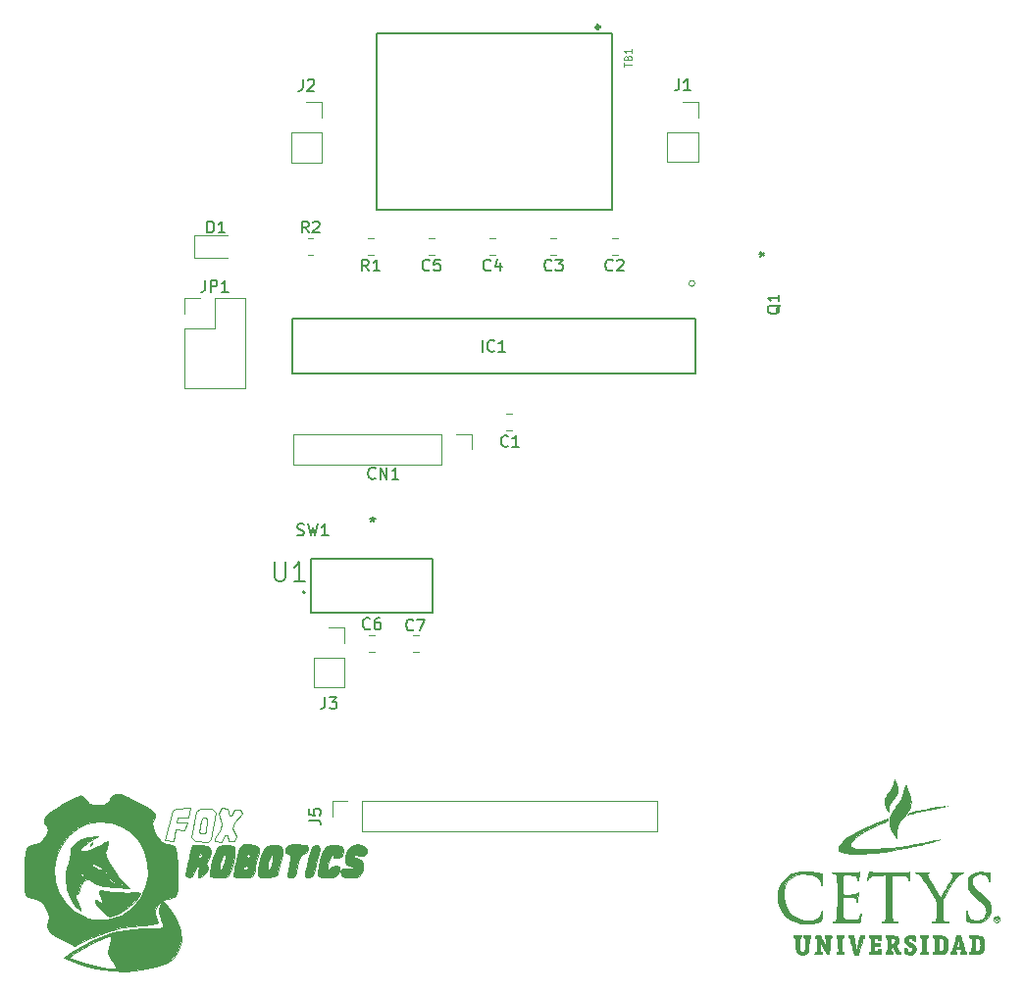
<source format=gto>
G04 #@! TF.GenerationSoftware,KiCad,Pcbnew,(5.1.6)-1*
G04 #@! TF.CreationDate,2022-02-26T01:51:55-08:00*
G04 #@! TF.ProjectId,seguilineas_actualizado,73656775-696c-4696-9e65-61735f616374,rev?*
G04 #@! TF.SameCoordinates,Original*
G04 #@! TF.FileFunction,Legend,Top*
G04 #@! TF.FilePolarity,Positive*
%FSLAX46Y46*%
G04 Gerber Fmt 4.6, Leading zero omitted, Abs format (unit mm)*
G04 Created by KiCad (PCBNEW (5.1.6)-1) date 2022-02-26 01:51:55*
%MOMM*%
%LPD*%
G01*
G04 APERTURE LIST*
%ADD10C,0.010000*%
%ADD11C,0.120000*%
%ADD12C,0.100000*%
%ADD13C,0.152400*%
%ADD14C,0.300000*%
%ADD15C,0.127000*%
%ADD16C,0.200000*%
%ADD17C,0.150000*%
%ADD18C,0.015000*%
%ADD19C,2.800000*%
%ADD20O,1.700000X1.700000*%
%ADD21R,1.700000X1.700000*%
%ADD22C,1.358000*%
%ADD23R,1.358000X1.358000*%
%ADD24R,2.000000X1.600000*%
%ADD25R,2.100000X5.600000*%
%ADD26C,1.560000*%
%ADD27R,1.560000X1.560000*%
%ADD28R,1.860000X1.860000*%
%ADD29C,1.860000*%
G04 APERTURE END LIST*
D10*
G36*
X228843500Y-121562041D02*
G01*
X228831565Y-121633014D01*
X228787016Y-121662501D01*
X228772062Y-121665229D01*
X228745397Y-121671066D01*
X228726164Y-121686025D01*
X228712929Y-121719430D01*
X228704257Y-121780603D01*
X228698715Y-121878865D01*
X228694868Y-122023538D01*
X228691926Y-122186062D01*
X228689170Y-122378535D01*
X228689179Y-122518294D01*
X228692999Y-122616106D01*
X228701675Y-122682734D01*
X228716255Y-122728942D01*
X228737784Y-122765494D01*
X228749793Y-122781375D01*
X228837706Y-122846747D01*
X228949514Y-122869368D01*
X229060964Y-122847886D01*
X229129250Y-122802500D01*
X229152568Y-122774707D01*
X229169383Y-122738518D01*
X229180747Y-122683951D01*
X229187709Y-122601030D01*
X229191319Y-122479776D01*
X229192629Y-122310209D01*
X229192750Y-122199250D01*
X229192750Y-121659500D01*
X229113375Y-121659500D01*
X229056647Y-121649248D01*
X229035895Y-121605670D01*
X229034000Y-121564250D01*
X229034000Y-121469000D01*
X229669000Y-121469000D01*
X229669000Y-121562041D01*
X229657065Y-121633014D01*
X229612516Y-121662501D01*
X229597562Y-121665229D01*
X229571814Y-121670893D01*
X229552805Y-121685431D01*
X229539143Y-121717759D01*
X229529438Y-121776798D01*
X229522299Y-121871466D01*
X229516333Y-122010682D01*
X229510151Y-122203365D01*
X229509313Y-122231000D01*
X229501348Y-122430380D01*
X229490711Y-122602480D01*
X229478256Y-122737243D01*
X229464838Y-122824610D01*
X229456666Y-122850125D01*
X229352132Y-122974296D01*
X229206769Y-123062862D01*
X229035076Y-123111381D01*
X228851551Y-123115409D01*
X228700625Y-123081782D01*
X228596431Y-123034797D01*
X228515460Y-122970145D01*
X228455090Y-122880255D01*
X228412704Y-122757556D01*
X228385682Y-122594479D01*
X228371403Y-122383454D01*
X228367250Y-122118312D01*
X228367250Y-121659500D01*
X228287875Y-121659500D01*
X228231147Y-121649248D01*
X228210395Y-121605670D01*
X228208500Y-121564250D01*
X228208500Y-121469000D01*
X228843500Y-121469000D01*
X228843500Y-121562041D01*
G37*
X228843500Y-121562041D02*
X228831565Y-121633014D01*
X228787016Y-121662501D01*
X228772062Y-121665229D01*
X228745397Y-121671066D01*
X228726164Y-121686025D01*
X228712929Y-121719430D01*
X228704257Y-121780603D01*
X228698715Y-121878865D01*
X228694868Y-122023538D01*
X228691926Y-122186062D01*
X228689170Y-122378535D01*
X228689179Y-122518294D01*
X228692999Y-122616106D01*
X228701675Y-122682734D01*
X228716255Y-122728942D01*
X228737784Y-122765494D01*
X228749793Y-122781375D01*
X228837706Y-122846747D01*
X228949514Y-122869368D01*
X229060964Y-122847886D01*
X229129250Y-122802500D01*
X229152568Y-122774707D01*
X229169383Y-122738518D01*
X229180747Y-122683951D01*
X229187709Y-122601030D01*
X229191319Y-122479776D01*
X229192629Y-122310209D01*
X229192750Y-122199250D01*
X229192750Y-121659500D01*
X229113375Y-121659500D01*
X229056647Y-121649248D01*
X229035895Y-121605670D01*
X229034000Y-121564250D01*
X229034000Y-121469000D01*
X229669000Y-121469000D01*
X229669000Y-121562041D01*
X229657065Y-121633014D01*
X229612516Y-121662501D01*
X229597562Y-121665229D01*
X229571814Y-121670893D01*
X229552805Y-121685431D01*
X229539143Y-121717759D01*
X229529438Y-121776798D01*
X229522299Y-121871466D01*
X229516333Y-122010682D01*
X229510151Y-122203365D01*
X229509313Y-122231000D01*
X229501348Y-122430380D01*
X229490711Y-122602480D01*
X229478256Y-122737243D01*
X229464838Y-122824610D01*
X229456666Y-122850125D01*
X229352132Y-122974296D01*
X229206769Y-123062862D01*
X229035076Y-123111381D01*
X228851551Y-123115409D01*
X228700625Y-123081782D01*
X228596431Y-123034797D01*
X228515460Y-122970145D01*
X228455090Y-122880255D01*
X228412704Y-122757556D01*
X228385682Y-122594479D01*
X228371403Y-122383454D01*
X228367250Y-122118312D01*
X228367250Y-121659500D01*
X228287875Y-121659500D01*
X228231147Y-121649248D01*
X228210395Y-121605670D01*
X228208500Y-121564250D01*
X228208500Y-121469000D01*
X228843500Y-121469000D01*
X228843500Y-121562041D01*
G36*
X233440366Y-121953187D02*
G01*
X233479544Y-122136684D01*
X233517108Y-122313295D01*
X233549617Y-122466788D01*
X233573628Y-122580932D01*
X233580095Y-122612000D01*
X233600986Y-122707783D01*
X233614831Y-122747735D01*
X233626541Y-122738390D01*
X233639773Y-122691375D01*
X233654654Y-122630219D01*
X233681427Y-122519286D01*
X233717208Y-122370559D01*
X233759115Y-122196017D01*
X233798296Y-122032562D01*
X233933283Y-121469000D01*
X234336250Y-121469000D01*
X234336250Y-121562041D01*
X234324315Y-121633014D01*
X234279766Y-121662501D01*
X234264812Y-121665229D01*
X234240684Y-121673370D01*
X234217792Y-121695343D01*
X234193406Y-121738407D01*
X234164793Y-121809818D01*
X234129221Y-121916834D01*
X234083959Y-122066714D01*
X234026275Y-122266713D01*
X233989118Y-122397687D01*
X233784862Y-123120000D01*
X233618195Y-123120000D01*
X233514161Y-123115150D01*
X233457795Y-123097517D01*
X233434375Y-123064437D01*
X233421196Y-123018066D01*
X233394221Y-122920401D01*
X233356188Y-122781458D01*
X233309838Y-122611253D01*
X233257909Y-122419802D01*
X233243119Y-122365144D01*
X233190253Y-122171498D01*
X233142006Y-121998200D01*
X233101114Y-121854802D01*
X233070311Y-121750852D01*
X233052332Y-121695902D01*
X233049885Y-121690457D01*
X233004451Y-121661985D01*
X232985001Y-121659500D01*
X232949165Y-121630903D01*
X232939250Y-121564250D01*
X232939250Y-121469000D01*
X233336777Y-121469000D01*
X233440366Y-121953187D01*
G37*
X233440366Y-121953187D02*
X233479544Y-122136684D01*
X233517108Y-122313295D01*
X233549617Y-122466788D01*
X233573628Y-122580932D01*
X233580095Y-122612000D01*
X233600986Y-122707783D01*
X233614831Y-122747735D01*
X233626541Y-122738390D01*
X233639773Y-122691375D01*
X233654654Y-122630219D01*
X233681427Y-122519286D01*
X233717208Y-122370559D01*
X233759115Y-122196017D01*
X233798296Y-122032562D01*
X233933283Y-121469000D01*
X234336250Y-121469000D01*
X234336250Y-121562041D01*
X234324315Y-121633014D01*
X234279766Y-121662501D01*
X234264812Y-121665229D01*
X234240684Y-121673370D01*
X234217792Y-121695343D01*
X234193406Y-121738407D01*
X234164793Y-121809818D01*
X234129221Y-121916834D01*
X234083959Y-122066714D01*
X234026275Y-122266713D01*
X233989118Y-122397687D01*
X233784862Y-123120000D01*
X233618195Y-123120000D01*
X233514161Y-123115150D01*
X233457795Y-123097517D01*
X233434375Y-123064437D01*
X233421196Y-123018066D01*
X233394221Y-122920401D01*
X233356188Y-122781458D01*
X233309838Y-122611253D01*
X233257909Y-122419802D01*
X233243119Y-122365144D01*
X233190253Y-122171498D01*
X233142006Y-121998200D01*
X233101114Y-121854802D01*
X233070311Y-121750852D01*
X233052332Y-121695902D01*
X233049885Y-121690457D01*
X233004451Y-121661985D01*
X232985001Y-121659500D01*
X232949165Y-121630903D01*
X232939250Y-121564250D01*
X232939250Y-121469000D01*
X233336777Y-121469000D01*
X233440366Y-121953187D01*
G36*
X238432000Y-121438099D02*
G01*
X238522100Y-121455266D01*
X238584044Y-121466008D01*
X238596419Y-121467617D01*
X238656513Y-121501196D01*
X238698345Y-121586115D01*
X238717165Y-121711665D01*
X238717750Y-121741142D01*
X238717750Y-121913500D01*
X238590750Y-121913500D01*
X238509422Y-121910060D01*
X238473277Y-121889395D01*
X238464022Y-121835987D01*
X238463750Y-121805771D01*
X238448538Y-121715936D01*
X238413528Y-121678771D01*
X238298897Y-121659571D01*
X238195014Y-121684556D01*
X238117826Y-121745570D01*
X238083277Y-121834461D01*
X238082750Y-121847912D01*
X238088745Y-121904102D01*
X238113158Y-121952102D01*
X238165626Y-122000806D01*
X238255787Y-122059108D01*
X238393280Y-122135899D01*
X238397107Y-122137970D01*
X238560928Y-122241224D01*
X238669195Y-122347919D01*
X238729470Y-122468498D01*
X238749311Y-122613405D01*
X238749381Y-122624632D01*
X238722823Y-122800236D01*
X238647120Y-122940107D01*
X238527806Y-123040803D01*
X238370414Y-123098879D01*
X238180477Y-123110891D01*
X238009416Y-123085162D01*
X237886794Y-123052004D01*
X237813956Y-123013433D01*
X237778039Y-122953664D01*
X237766179Y-122856911D01*
X237765250Y-122785507D01*
X237765250Y-122580250D01*
X237892250Y-122580250D01*
X237973541Y-122583371D01*
X238009663Y-122604600D01*
X238018945Y-122661731D01*
X238019250Y-122703546D01*
X238026300Y-122788425D01*
X238054203Y-122830903D01*
X238090687Y-122845988D01*
X238234266Y-122863360D01*
X238350277Y-122835953D01*
X238429625Y-122768564D01*
X238463216Y-122665987D01*
X238463750Y-122649284D01*
X238447064Y-122571232D01*
X238392031Y-122497785D01*
X238291184Y-122421914D01*
X238137058Y-122336587D01*
X238125663Y-122330868D01*
X237951237Y-122224667D01*
X237837396Y-122108441D01*
X237781454Y-121977596D01*
X237780727Y-121827533D01*
X237794554Y-121763832D01*
X237863706Y-121620315D01*
X237978553Y-121512526D01*
X238129186Y-121445528D01*
X238305695Y-121424386D01*
X238432000Y-121438099D01*
G37*
X238432000Y-121438099D02*
X238522100Y-121455266D01*
X238584044Y-121466008D01*
X238596419Y-121467617D01*
X238656513Y-121501196D01*
X238698345Y-121586115D01*
X238717165Y-121711665D01*
X238717750Y-121741142D01*
X238717750Y-121913500D01*
X238590750Y-121913500D01*
X238509422Y-121910060D01*
X238473277Y-121889395D01*
X238464022Y-121835987D01*
X238463750Y-121805771D01*
X238448538Y-121715936D01*
X238413528Y-121678771D01*
X238298897Y-121659571D01*
X238195014Y-121684556D01*
X238117826Y-121745570D01*
X238083277Y-121834461D01*
X238082750Y-121847912D01*
X238088745Y-121904102D01*
X238113158Y-121952102D01*
X238165626Y-122000806D01*
X238255787Y-122059108D01*
X238393280Y-122135899D01*
X238397107Y-122137970D01*
X238560928Y-122241224D01*
X238669195Y-122347919D01*
X238729470Y-122468498D01*
X238749311Y-122613405D01*
X238749381Y-122624632D01*
X238722823Y-122800236D01*
X238647120Y-122940107D01*
X238527806Y-123040803D01*
X238370414Y-123098879D01*
X238180477Y-123110891D01*
X238009416Y-123085162D01*
X237886794Y-123052004D01*
X237813956Y-123013433D01*
X237778039Y-122953664D01*
X237766179Y-122856911D01*
X237765250Y-122785507D01*
X237765250Y-122580250D01*
X237892250Y-122580250D01*
X237973541Y-122583371D01*
X238009663Y-122604600D01*
X238018945Y-122661731D01*
X238019250Y-122703546D01*
X238026300Y-122788425D01*
X238054203Y-122830903D01*
X238090687Y-122845988D01*
X238234266Y-122863360D01*
X238350277Y-122835953D01*
X238429625Y-122768564D01*
X238463216Y-122665987D01*
X238463750Y-122649284D01*
X238447064Y-122571232D01*
X238392031Y-122497785D01*
X238291184Y-122421914D01*
X238137058Y-122336587D01*
X238125663Y-122330868D01*
X237951237Y-122224667D01*
X237837396Y-122108441D01*
X237781454Y-121977596D01*
X237780727Y-121827533D01*
X237794554Y-121763832D01*
X237863706Y-121620315D01*
X237978553Y-121512526D01*
X238129186Y-121445528D01*
X238305695Y-121424386D01*
X238432000Y-121438099D01*
G36*
X231169187Y-121475746D02*
G01*
X231306759Y-121480647D01*
X231393311Y-121487530D01*
X231441296Y-121500258D01*
X231463164Y-121522693D01*
X231471368Y-121558698D01*
X231472700Y-121569896D01*
X231470050Y-121632727D01*
X231430006Y-121659232D01*
X231393325Y-121665146D01*
X231304125Y-121675375D01*
X231295568Y-122365937D01*
X231287011Y-123056500D01*
X231168568Y-123056232D01*
X231131762Y-123057137D01*
X231102211Y-123055835D01*
X231075534Y-123046022D01*
X231047349Y-123021393D01*
X231013276Y-122975642D01*
X230968935Y-122902464D01*
X230909945Y-122795554D01*
X230831925Y-122648608D01*
X230730494Y-122455319D01*
X230666996Y-122334308D01*
X230462750Y-121945492D01*
X230462750Y-122866000D01*
X230542125Y-122866000D01*
X230598852Y-122876251D01*
X230619604Y-122919829D01*
X230621500Y-122961250D01*
X230621500Y-123056500D01*
X230014032Y-123056500D01*
X230024078Y-122970443D01*
X230053529Y-122896355D01*
X230113500Y-122865824D01*
X230192875Y-122847262D01*
X230192875Y-121675375D01*
X230103674Y-121665146D01*
X230040009Y-121648399D01*
X230022005Y-121605247D01*
X230024299Y-121569896D01*
X230032877Y-121525312D01*
X230055378Y-121499120D01*
X230106272Y-121485478D01*
X230200027Y-121478544D01*
X230256375Y-121476199D01*
X230478625Y-121467524D01*
X230553262Y-121603199D01*
X230595804Y-121682431D01*
X230659245Y-121802949D01*
X230735601Y-121949489D01*
X230816891Y-122106787D01*
X230831782Y-122135750D01*
X231035666Y-122532625D01*
X231027020Y-122104000D01*
X231023125Y-121931860D01*
X231018352Y-121813001D01*
X231010840Y-121737213D01*
X230998723Y-121694285D01*
X230980138Y-121674006D01*
X230953222Y-121666166D01*
X230946937Y-121665229D01*
X230894025Y-121642456D01*
X230876061Y-121582647D01*
X230875500Y-121560850D01*
X230875500Y-121466617D01*
X231169187Y-121475746D01*
G37*
X231169187Y-121475746D02*
X231306759Y-121480647D01*
X231393311Y-121487530D01*
X231441296Y-121500258D01*
X231463164Y-121522693D01*
X231471368Y-121558698D01*
X231472700Y-121569896D01*
X231470050Y-121632727D01*
X231430006Y-121659232D01*
X231393325Y-121665146D01*
X231304125Y-121675375D01*
X231295568Y-122365937D01*
X231287011Y-123056500D01*
X231168568Y-123056232D01*
X231131762Y-123057137D01*
X231102211Y-123055835D01*
X231075534Y-123046022D01*
X231047349Y-123021393D01*
X231013276Y-122975642D01*
X230968935Y-122902464D01*
X230909945Y-122795554D01*
X230831925Y-122648608D01*
X230730494Y-122455319D01*
X230666996Y-122334308D01*
X230462750Y-121945492D01*
X230462750Y-122866000D01*
X230542125Y-122866000D01*
X230598852Y-122876251D01*
X230619604Y-122919829D01*
X230621500Y-122961250D01*
X230621500Y-123056500D01*
X230014032Y-123056500D01*
X230024078Y-122970443D01*
X230053529Y-122896355D01*
X230113500Y-122865824D01*
X230192875Y-122847262D01*
X230192875Y-121675375D01*
X230103674Y-121665146D01*
X230040009Y-121648399D01*
X230022005Y-121605247D01*
X230024299Y-121569896D01*
X230032877Y-121525312D01*
X230055378Y-121499120D01*
X230106272Y-121485478D01*
X230200027Y-121478544D01*
X230256375Y-121476199D01*
X230478625Y-121467524D01*
X230553262Y-121603199D01*
X230595804Y-121682431D01*
X230659245Y-121802949D01*
X230735601Y-121949489D01*
X230816891Y-122106787D01*
X230831782Y-122135750D01*
X231035666Y-122532625D01*
X231027020Y-122104000D01*
X231023125Y-121931860D01*
X231018352Y-121813001D01*
X231010840Y-121737213D01*
X230998723Y-121694285D01*
X230980138Y-121674006D01*
X230953222Y-121666166D01*
X230946937Y-121665229D01*
X230894025Y-121642456D01*
X230876061Y-121582647D01*
X230875500Y-121560850D01*
X230875500Y-121466617D01*
X231169187Y-121475746D01*
G36*
X232526500Y-121562041D02*
G01*
X232514565Y-121633014D01*
X232470016Y-121662501D01*
X232455062Y-121665229D01*
X232430102Y-121670458D01*
X232411615Y-121683770D01*
X232398462Y-121713775D01*
X232389506Y-121769083D01*
X232383607Y-121858307D01*
X232379626Y-121990055D01*
X232376425Y-122172939D01*
X232374986Y-122270687D01*
X232366348Y-122866000D01*
X232446424Y-122866000D01*
X232503618Y-122876113D01*
X232524554Y-122919324D01*
X232526500Y-122961250D01*
X232526500Y-123056500D01*
X231891500Y-123056500D01*
X231891500Y-122961250D01*
X231900002Y-122893217D01*
X231936328Y-122868313D01*
X231971575Y-122866000D01*
X232051651Y-122866000D01*
X232043013Y-122270687D01*
X232039795Y-122062858D01*
X232036293Y-121909913D01*
X232031369Y-121803240D01*
X232023883Y-121734230D01*
X232012697Y-121694271D01*
X231996672Y-121674752D01*
X231974669Y-121667063D01*
X231962937Y-121665229D01*
X231909746Y-121642130D01*
X231891963Y-121581583D01*
X231891500Y-121562041D01*
X231891500Y-121469000D01*
X232526500Y-121469000D01*
X232526500Y-121562041D01*
G37*
X232526500Y-121562041D02*
X232514565Y-121633014D01*
X232470016Y-121662501D01*
X232455062Y-121665229D01*
X232430102Y-121670458D01*
X232411615Y-121683770D01*
X232398462Y-121713775D01*
X232389506Y-121769083D01*
X232383607Y-121858307D01*
X232379626Y-121990055D01*
X232376425Y-122172939D01*
X232374986Y-122270687D01*
X232366348Y-122866000D01*
X232446424Y-122866000D01*
X232503618Y-122876113D01*
X232524554Y-122919324D01*
X232526500Y-122961250D01*
X232526500Y-123056500D01*
X231891500Y-123056500D01*
X231891500Y-122961250D01*
X231900002Y-122893217D01*
X231936328Y-122868313D01*
X231971575Y-122866000D01*
X232051651Y-122866000D01*
X232043013Y-122270687D01*
X232039795Y-122062858D01*
X232036293Y-121909913D01*
X232031369Y-121803240D01*
X232023883Y-121734230D01*
X232012697Y-121694271D01*
X231996672Y-121674752D01*
X231974669Y-121667063D01*
X231962937Y-121665229D01*
X231909746Y-121642130D01*
X231891963Y-121581583D01*
X231891500Y-121562041D01*
X231891500Y-121469000D01*
X232526500Y-121469000D01*
X232526500Y-121562041D01*
G36*
X235733250Y-121881750D02*
G01*
X235606250Y-121881750D01*
X235524838Y-121878038D01*
X235488648Y-121857628D01*
X235479463Y-121806609D01*
X235479250Y-121784760D01*
X235476093Y-121726547D01*
X235455453Y-121699415D01*
X235400576Y-121693665D01*
X235328437Y-121697447D01*
X235177625Y-121707125D01*
X235177625Y-122088125D01*
X235622125Y-122119875D01*
X235622125Y-122342125D01*
X235177625Y-122373875D01*
X235177625Y-122818375D01*
X235326302Y-122827964D01*
X235416534Y-122831570D01*
X235461463Y-122819835D01*
X235479126Y-122781938D01*
X235485052Y-122732714D01*
X235498053Y-122663046D01*
X235532552Y-122631029D01*
X235609054Y-122618452D01*
X235614187Y-122618020D01*
X235733250Y-122608166D01*
X235733250Y-123056500D01*
X234685500Y-123056500D01*
X234685500Y-122963358D01*
X234695757Y-122894614D01*
X234738894Y-122865810D01*
X234772812Y-122860171D01*
X234860125Y-122850125D01*
X234860125Y-121675375D01*
X234772812Y-121665328D01*
X234709475Y-121647098D01*
X234687127Y-121598510D01*
X234685500Y-121562141D01*
X234685500Y-121469000D01*
X235733250Y-121469000D01*
X235733250Y-121881750D01*
G37*
X235733250Y-121881750D02*
X235606250Y-121881750D01*
X235524838Y-121878038D01*
X235488648Y-121857628D01*
X235479463Y-121806609D01*
X235479250Y-121784760D01*
X235476093Y-121726547D01*
X235455453Y-121699415D01*
X235400576Y-121693665D01*
X235328437Y-121697447D01*
X235177625Y-121707125D01*
X235177625Y-122088125D01*
X235622125Y-122119875D01*
X235622125Y-122342125D01*
X235177625Y-122373875D01*
X235177625Y-122818375D01*
X235326302Y-122827964D01*
X235416534Y-122831570D01*
X235461463Y-122819835D01*
X235479126Y-122781938D01*
X235485052Y-122732714D01*
X235498053Y-122663046D01*
X235532552Y-122631029D01*
X235609054Y-122618452D01*
X235614187Y-122618020D01*
X235733250Y-122608166D01*
X235733250Y-123056500D01*
X234685500Y-123056500D01*
X234685500Y-122963358D01*
X234695757Y-122894614D01*
X234738894Y-122865810D01*
X234772812Y-122860171D01*
X234860125Y-122850125D01*
X234860125Y-121675375D01*
X234772812Y-121665328D01*
X234709475Y-121647098D01*
X234687127Y-121598510D01*
X234685500Y-121562141D01*
X234685500Y-121469000D01*
X235733250Y-121469000D01*
X235733250Y-121881750D01*
G36*
X236762440Y-121473349D02*
G01*
X236927253Y-121487936D01*
X237047602Y-121515066D01*
X237132757Y-121557044D01*
X237191988Y-121616177D01*
X237203286Y-121633035D01*
X237261933Y-121781442D01*
X237271648Y-121944778D01*
X237234766Y-122103584D01*
X237153619Y-122238399D01*
X237127486Y-122265331D01*
X237068799Y-122325369D01*
X237036917Y-122368134D01*
X237035000Y-122374545D01*
X237049728Y-122410826D01*
X237088986Y-122487740D01*
X237145378Y-122591024D01*
X237168317Y-122631681D01*
X237240798Y-122752374D01*
X237295608Y-122825033D01*
X237341354Y-122859430D01*
X237374692Y-122866000D01*
X237427254Y-122877702D01*
X237446324Y-122925102D01*
X237447750Y-122961250D01*
X237445226Y-123014093D01*
X237427646Y-123042546D01*
X237379998Y-123054159D01*
X237287269Y-123056484D01*
X237258405Y-123056500D01*
X237069060Y-123056500D01*
X236901217Y-122731062D01*
X236819810Y-122581759D01*
X236750509Y-122471565D01*
X236698291Y-122407956D01*
X236677812Y-122395359D01*
X236649438Y-122397182D01*
X236632687Y-122423772D01*
X236624617Y-122487320D01*
X236622287Y-122600015D01*
X236622250Y-122625546D01*
X236623216Y-122747388D01*
X236629044Y-122819043D01*
X236644129Y-122853822D01*
X236672864Y-122865039D01*
X236701625Y-122866000D01*
X236758352Y-122876251D01*
X236779104Y-122919829D01*
X236781000Y-122961250D01*
X236781000Y-123056500D01*
X236146000Y-123056500D01*
X236146000Y-122963458D01*
X236157934Y-122892485D01*
X236202483Y-122862998D01*
X236217437Y-122860270D01*
X236242517Y-122855156D01*
X236260910Y-122842203D01*
X236273653Y-122812740D01*
X236281782Y-122758096D01*
X236286335Y-122669599D01*
X236288349Y-122538577D01*
X236288859Y-122356358D01*
X236288875Y-122262750D01*
X236288686Y-122056512D01*
X236287428Y-121905102D01*
X236284065Y-121799849D01*
X236277559Y-121732082D01*
X236266875Y-121693127D01*
X236265289Y-121691250D01*
X236622250Y-121691250D01*
X236622250Y-122167500D01*
X236718943Y-122167500D01*
X236827768Y-122138381D01*
X236893568Y-122089568D01*
X236958722Y-121988479D01*
X236970064Y-121883239D01*
X236933574Y-121788720D01*
X236855236Y-121719798D01*
X236741031Y-121691345D01*
X236733375Y-121691250D01*
X236622250Y-121691250D01*
X236265289Y-121691250D01*
X236250974Y-121674315D01*
X236228822Y-121666973D01*
X236217437Y-121665229D01*
X236164246Y-121642130D01*
X236146463Y-121581583D01*
X236146000Y-121562041D01*
X236146000Y-121469000D01*
X236543894Y-121469000D01*
X236762440Y-121473349D01*
G37*
X236762440Y-121473349D02*
X236927253Y-121487936D01*
X237047602Y-121515066D01*
X237132757Y-121557044D01*
X237191988Y-121616177D01*
X237203286Y-121633035D01*
X237261933Y-121781442D01*
X237271648Y-121944778D01*
X237234766Y-122103584D01*
X237153619Y-122238399D01*
X237127486Y-122265331D01*
X237068799Y-122325369D01*
X237036917Y-122368134D01*
X237035000Y-122374545D01*
X237049728Y-122410826D01*
X237088986Y-122487740D01*
X237145378Y-122591024D01*
X237168317Y-122631681D01*
X237240798Y-122752374D01*
X237295608Y-122825033D01*
X237341354Y-122859430D01*
X237374692Y-122866000D01*
X237427254Y-122877702D01*
X237446324Y-122925102D01*
X237447750Y-122961250D01*
X237445226Y-123014093D01*
X237427646Y-123042546D01*
X237379998Y-123054159D01*
X237287269Y-123056484D01*
X237258405Y-123056500D01*
X237069060Y-123056500D01*
X236901217Y-122731062D01*
X236819810Y-122581759D01*
X236750509Y-122471565D01*
X236698291Y-122407956D01*
X236677812Y-122395359D01*
X236649438Y-122397182D01*
X236632687Y-122423772D01*
X236624617Y-122487320D01*
X236622287Y-122600015D01*
X236622250Y-122625546D01*
X236623216Y-122747388D01*
X236629044Y-122819043D01*
X236644129Y-122853822D01*
X236672864Y-122865039D01*
X236701625Y-122866000D01*
X236758352Y-122876251D01*
X236779104Y-122919829D01*
X236781000Y-122961250D01*
X236781000Y-123056500D01*
X236146000Y-123056500D01*
X236146000Y-122963458D01*
X236157934Y-122892485D01*
X236202483Y-122862998D01*
X236217437Y-122860270D01*
X236242517Y-122855156D01*
X236260910Y-122842203D01*
X236273653Y-122812740D01*
X236281782Y-122758096D01*
X236286335Y-122669599D01*
X236288349Y-122538577D01*
X236288859Y-122356358D01*
X236288875Y-122262750D01*
X236288686Y-122056512D01*
X236287428Y-121905102D01*
X236284065Y-121799849D01*
X236277559Y-121732082D01*
X236266875Y-121693127D01*
X236265289Y-121691250D01*
X236622250Y-121691250D01*
X236622250Y-122167500D01*
X236718943Y-122167500D01*
X236827768Y-122138381D01*
X236893568Y-122089568D01*
X236958722Y-121988479D01*
X236970064Y-121883239D01*
X236933574Y-121788720D01*
X236855236Y-121719798D01*
X236741031Y-121691345D01*
X236733375Y-121691250D01*
X236622250Y-121691250D01*
X236265289Y-121691250D01*
X236250974Y-121674315D01*
X236228822Y-121666973D01*
X236217437Y-121665229D01*
X236164246Y-121642130D01*
X236146463Y-121581583D01*
X236146000Y-121562041D01*
X236146000Y-121469000D01*
X236543894Y-121469000D01*
X236762440Y-121473349D01*
G36*
X239797250Y-121562041D02*
G01*
X239785315Y-121633014D01*
X239740766Y-121662501D01*
X239725812Y-121665229D01*
X239700852Y-121670458D01*
X239682365Y-121683770D01*
X239669212Y-121713775D01*
X239660256Y-121769083D01*
X239654357Y-121858307D01*
X239650376Y-121990055D01*
X239647175Y-122172939D01*
X239645736Y-122270687D01*
X239637098Y-122866000D01*
X239717174Y-122866000D01*
X239774368Y-122876113D01*
X239795304Y-122919324D01*
X239797250Y-122961250D01*
X239797250Y-123056500D01*
X239162250Y-123056500D01*
X239162250Y-122961250D01*
X239170752Y-122893217D01*
X239207078Y-122868313D01*
X239242325Y-122866000D01*
X239322401Y-122866000D01*
X239313763Y-122270687D01*
X239310545Y-122062858D01*
X239307043Y-121909913D01*
X239302119Y-121803240D01*
X239294633Y-121734230D01*
X239283447Y-121694271D01*
X239267422Y-121674752D01*
X239245419Y-121667063D01*
X239233687Y-121665229D01*
X239180496Y-121642130D01*
X239162713Y-121581583D01*
X239162250Y-121562041D01*
X239162250Y-121469000D01*
X239797250Y-121469000D01*
X239797250Y-121562041D01*
G37*
X239797250Y-121562041D02*
X239785315Y-121633014D01*
X239740766Y-121662501D01*
X239725812Y-121665229D01*
X239700852Y-121670458D01*
X239682365Y-121683770D01*
X239669212Y-121713775D01*
X239660256Y-121769083D01*
X239654357Y-121858307D01*
X239650376Y-121990055D01*
X239647175Y-122172939D01*
X239645736Y-122270687D01*
X239637098Y-122866000D01*
X239717174Y-122866000D01*
X239774368Y-122876113D01*
X239795304Y-122919324D01*
X239797250Y-122961250D01*
X239797250Y-123056500D01*
X239162250Y-123056500D01*
X239162250Y-122961250D01*
X239170752Y-122893217D01*
X239207078Y-122868313D01*
X239242325Y-122866000D01*
X239322401Y-122866000D01*
X239313763Y-122270687D01*
X239310545Y-122062858D01*
X239307043Y-121909913D01*
X239302119Y-121803240D01*
X239294633Y-121734230D01*
X239283447Y-121694271D01*
X239267422Y-121674752D01*
X239245419Y-121667063D01*
X239233687Y-121665229D01*
X239180496Y-121642130D01*
X239162713Y-121581583D01*
X239162250Y-121562041D01*
X239162250Y-121469000D01*
X239797250Y-121469000D01*
X239797250Y-121562041D01*
G36*
X240662437Y-121469697D02*
G01*
X240847963Y-121471661D01*
X240983722Y-121477849D01*
X241083387Y-121489768D01*
X241160634Y-121508928D01*
X241216199Y-121530811D01*
X241330675Y-121604345D01*
X241413463Y-121710896D01*
X241468388Y-121858620D01*
X241499277Y-122055676D01*
X241505651Y-122147990D01*
X241503473Y-122424333D01*
X241465941Y-122648989D01*
X241392506Y-122823384D01*
X241282620Y-122948943D01*
X241172939Y-123013192D01*
X241078018Y-123036115D01*
X240922857Y-123050461D01*
X240706223Y-123056333D01*
X240655519Y-123056500D01*
X240241750Y-123056500D01*
X240241750Y-122961250D01*
X240250292Y-122893177D01*
X240286607Y-122868274D01*
X240321125Y-122866000D01*
X240400500Y-122866000D01*
X240400500Y-122281757D01*
X240718000Y-122281757D01*
X240718000Y-122842508D01*
X240867764Y-122825627D01*
X240990949Y-122797504D01*
X241075710Y-122740283D01*
X241087980Y-122726843D01*
X241151538Y-122608308D01*
X241186043Y-122435617D01*
X241191076Y-122211292D01*
X241186738Y-122133772D01*
X241163968Y-121964545D01*
X241119819Y-121846287D01*
X241047971Y-121768280D01*
X240942761Y-121720001D01*
X240866153Y-121698383D01*
X240809291Y-121690844D01*
X240769233Y-121704739D01*
X240743036Y-121747424D01*
X240727755Y-121826255D01*
X240720449Y-121948588D01*
X240718175Y-122121779D01*
X240718000Y-122281757D01*
X240400500Y-122281757D01*
X240400500Y-121659500D01*
X240321125Y-121659500D01*
X240264397Y-121649248D01*
X240243645Y-121605670D01*
X240241750Y-121564250D01*
X240241750Y-121469000D01*
X240662437Y-121469697D01*
G37*
X240662437Y-121469697D02*
X240847963Y-121471661D01*
X240983722Y-121477849D01*
X241083387Y-121489768D01*
X241160634Y-121508928D01*
X241216199Y-121530811D01*
X241330675Y-121604345D01*
X241413463Y-121710896D01*
X241468388Y-121858620D01*
X241499277Y-122055676D01*
X241505651Y-122147990D01*
X241503473Y-122424333D01*
X241465941Y-122648989D01*
X241392506Y-122823384D01*
X241282620Y-122948943D01*
X241172939Y-123013192D01*
X241078018Y-123036115D01*
X240922857Y-123050461D01*
X240706223Y-123056333D01*
X240655519Y-123056500D01*
X240241750Y-123056500D01*
X240241750Y-122961250D01*
X240250292Y-122893177D01*
X240286607Y-122868274D01*
X240321125Y-122866000D01*
X240400500Y-122866000D01*
X240400500Y-122281757D01*
X240718000Y-122281757D01*
X240718000Y-122842508D01*
X240867764Y-122825627D01*
X240990949Y-122797504D01*
X241075710Y-122740283D01*
X241087980Y-122726843D01*
X241151538Y-122608308D01*
X241186043Y-122435617D01*
X241191076Y-122211292D01*
X241186738Y-122133772D01*
X241163968Y-121964545D01*
X241119819Y-121846287D01*
X241047971Y-121768280D01*
X240942761Y-121720001D01*
X240866153Y-121698383D01*
X240809291Y-121690844D01*
X240769233Y-121704739D01*
X240743036Y-121747424D01*
X240727755Y-121826255D01*
X240720449Y-121948588D01*
X240718175Y-122121779D01*
X240718000Y-122281757D01*
X240400500Y-122281757D01*
X240400500Y-121659500D01*
X240321125Y-121659500D01*
X240264397Y-121649248D01*
X240243645Y-121605670D01*
X240241750Y-121564250D01*
X240241750Y-121469000D01*
X240662437Y-121469697D01*
G36*
X242655481Y-121697591D02*
G01*
X242694162Y-121828356D01*
X242745735Y-122000865D01*
X242804475Y-122196151D01*
X242864661Y-122395250D01*
X242920568Y-122579195D01*
X242966473Y-122729018D01*
X242976922Y-122762812D01*
X243019403Y-122843969D01*
X243069962Y-122866000D01*
X243114941Y-122882144D01*
X243130542Y-122940719D01*
X243131000Y-122961250D01*
X243131000Y-123056500D01*
X242559500Y-123056500D01*
X242559500Y-122961250D01*
X242573699Y-122885630D01*
X242607125Y-122866000D01*
X242645575Y-122838914D01*
X242654263Y-122794562D01*
X242644841Y-122716208D01*
X242609954Y-122670397D01*
X242537692Y-122650358D01*
X242416146Y-122649322D01*
X242400022Y-122650041D01*
X242289936Y-122657139D01*
X242226944Y-122670051D01*
X242194656Y-122696073D01*
X242176682Y-122742498D01*
X242174549Y-122750386D01*
X242164752Y-122818038D01*
X242189727Y-122849678D01*
X242212073Y-122857277D01*
X242261263Y-122895474D01*
X242273750Y-122964953D01*
X242273750Y-123056500D01*
X241734000Y-123056500D01*
X241734000Y-122963578D01*
X241751009Y-122885082D01*
X241788220Y-122860214D01*
X241811883Y-122840573D01*
X241841960Y-122786110D01*
X241880547Y-122691285D01*
X241929741Y-122550563D01*
X241971739Y-122420185D01*
X242257780Y-122420185D01*
X242259091Y-122423468D01*
X242300861Y-122442917D01*
X242377430Y-122451954D01*
X242461225Y-122450289D01*
X242524671Y-122437630D01*
X242540576Y-122426433D01*
X242541218Y-122385161D01*
X242528510Y-122298540D01*
X242505015Y-122182693D01*
X242494824Y-122138671D01*
X242465930Y-122010642D01*
X242444150Y-121900705D01*
X242433150Y-121827824D01*
X242432500Y-121816238D01*
X242418815Y-121765748D01*
X242400750Y-121754750D01*
X242377771Y-121782162D01*
X242369000Y-121842700D01*
X242360579Y-121916510D01*
X242338426Y-122027880D01*
X242307202Y-122153595D01*
X242304843Y-122162169D01*
X242276275Y-122277188D01*
X242259574Y-122368983D01*
X242257780Y-122420185D01*
X241971739Y-122420185D01*
X241991640Y-122358407D01*
X242050681Y-122167323D01*
X242258922Y-121484875D01*
X242587610Y-121465807D01*
X242655481Y-121697591D01*
G37*
X242655481Y-121697591D02*
X242694162Y-121828356D01*
X242745735Y-122000865D01*
X242804475Y-122196151D01*
X242864661Y-122395250D01*
X242920568Y-122579195D01*
X242966473Y-122729018D01*
X242976922Y-122762812D01*
X243019403Y-122843969D01*
X243069962Y-122866000D01*
X243114941Y-122882144D01*
X243130542Y-122940719D01*
X243131000Y-122961250D01*
X243131000Y-123056500D01*
X242559500Y-123056500D01*
X242559500Y-122961250D01*
X242573699Y-122885630D01*
X242607125Y-122866000D01*
X242645575Y-122838914D01*
X242654263Y-122794562D01*
X242644841Y-122716208D01*
X242609954Y-122670397D01*
X242537692Y-122650358D01*
X242416146Y-122649322D01*
X242400022Y-122650041D01*
X242289936Y-122657139D01*
X242226944Y-122670051D01*
X242194656Y-122696073D01*
X242176682Y-122742498D01*
X242174549Y-122750386D01*
X242164752Y-122818038D01*
X242189727Y-122849678D01*
X242212073Y-122857277D01*
X242261263Y-122895474D01*
X242273750Y-122964953D01*
X242273750Y-123056500D01*
X241734000Y-123056500D01*
X241734000Y-122963578D01*
X241751009Y-122885082D01*
X241788220Y-122860214D01*
X241811883Y-122840573D01*
X241841960Y-122786110D01*
X241880547Y-122691285D01*
X241929741Y-122550563D01*
X241971739Y-122420185D01*
X242257780Y-122420185D01*
X242259091Y-122423468D01*
X242300861Y-122442917D01*
X242377430Y-122451954D01*
X242461225Y-122450289D01*
X242524671Y-122437630D01*
X242540576Y-122426433D01*
X242541218Y-122385161D01*
X242528510Y-122298540D01*
X242505015Y-122182693D01*
X242494824Y-122138671D01*
X242465930Y-122010642D01*
X242444150Y-121900705D01*
X242433150Y-121827824D01*
X242432500Y-121816238D01*
X242418815Y-121765748D01*
X242400750Y-121754750D01*
X242377771Y-121782162D01*
X242369000Y-121842700D01*
X242360579Y-121916510D01*
X242338426Y-122027880D01*
X242307202Y-122153595D01*
X242304843Y-122162169D01*
X242276275Y-122277188D01*
X242259574Y-122368983D01*
X242257780Y-122420185D01*
X241971739Y-122420185D01*
X241991640Y-122358407D01*
X242050681Y-122167323D01*
X242258922Y-121484875D01*
X242587610Y-121465807D01*
X242655481Y-121697591D01*
G36*
X243805687Y-121469697D02*
G01*
X244031716Y-121474246D01*
X244204458Y-121489277D01*
X244333727Y-121518140D01*
X244429332Y-121564184D01*
X244501086Y-121630759D01*
X244558801Y-121721214D01*
X244562293Y-121727986D01*
X244615794Y-121878317D01*
X244646001Y-122061770D01*
X244653767Y-122261803D01*
X244639947Y-122461877D01*
X244605393Y-122645449D01*
X244550959Y-122795979D01*
X244503353Y-122870634D01*
X244434985Y-122941029D01*
X244359032Y-122991559D01*
X244263862Y-123025291D01*
X244137845Y-123045295D01*
X243969347Y-123054638D01*
X243798769Y-123056500D01*
X243385000Y-123056500D01*
X243385000Y-122963358D01*
X243395257Y-122894614D01*
X243438394Y-122865810D01*
X243472312Y-122860171D01*
X243559625Y-122850125D01*
X243568690Y-122326250D01*
X243569316Y-122281757D01*
X243861250Y-122281757D01*
X243861250Y-122842508D01*
X244011014Y-122825627D01*
X244134552Y-122797352D01*
X244219370Y-122739895D01*
X244230850Y-122727284D01*
X244285565Y-122625007D01*
X244320932Y-122475565D01*
X244334863Y-122292903D01*
X244325640Y-122094485D01*
X244298583Y-121936203D01*
X244251442Y-121828134D01*
X244176490Y-121758208D01*
X244086011Y-121720001D01*
X244009403Y-121698383D01*
X243952541Y-121690844D01*
X243912483Y-121704739D01*
X243886286Y-121747424D01*
X243871005Y-121826255D01*
X243863699Y-121948588D01*
X243861425Y-122121779D01*
X243861250Y-122281757D01*
X243569316Y-122281757D01*
X243571823Y-122103908D01*
X243571647Y-121937126D01*
X243566916Y-121817995D01*
X243556386Y-121738608D01*
X243538814Y-121691058D01*
X243512954Y-121667438D01*
X243477563Y-121659839D01*
X243463770Y-121659500D01*
X243407445Y-121649126D01*
X243386852Y-121605222D01*
X243385000Y-121564250D01*
X243385000Y-121469000D01*
X243805687Y-121469697D01*
G37*
X243805687Y-121469697D02*
X244031716Y-121474246D01*
X244204458Y-121489277D01*
X244333727Y-121518140D01*
X244429332Y-121564184D01*
X244501086Y-121630759D01*
X244558801Y-121721214D01*
X244562293Y-121727986D01*
X244615794Y-121878317D01*
X244646001Y-122061770D01*
X244653767Y-122261803D01*
X244639947Y-122461877D01*
X244605393Y-122645449D01*
X244550959Y-122795979D01*
X244503353Y-122870634D01*
X244434985Y-122941029D01*
X244359032Y-122991559D01*
X244263862Y-123025291D01*
X244137845Y-123045295D01*
X243969347Y-123054638D01*
X243798769Y-123056500D01*
X243385000Y-123056500D01*
X243385000Y-122963358D01*
X243395257Y-122894614D01*
X243438394Y-122865810D01*
X243472312Y-122860171D01*
X243559625Y-122850125D01*
X243568690Y-122326250D01*
X243569316Y-122281757D01*
X243861250Y-122281757D01*
X243861250Y-122842508D01*
X244011014Y-122825627D01*
X244134552Y-122797352D01*
X244219370Y-122739895D01*
X244230850Y-122727284D01*
X244285565Y-122625007D01*
X244320932Y-122475565D01*
X244334863Y-122292903D01*
X244325640Y-122094485D01*
X244298583Y-121936203D01*
X244251442Y-121828134D01*
X244176490Y-121758208D01*
X244086011Y-121720001D01*
X244009403Y-121698383D01*
X243952541Y-121690844D01*
X243912483Y-121704739D01*
X243886286Y-121747424D01*
X243871005Y-121826255D01*
X243863699Y-121948588D01*
X243861425Y-122121779D01*
X243861250Y-122281757D01*
X243569316Y-122281757D01*
X243571823Y-122103908D01*
X243571647Y-121937126D01*
X243566916Y-121817995D01*
X243556386Y-121738608D01*
X243538814Y-121691058D01*
X243512954Y-121667438D01*
X243477563Y-121659839D01*
X243463770Y-121659500D01*
X243407445Y-121649126D01*
X243386852Y-121605222D01*
X243385000Y-121564250D01*
X243385000Y-121469000D01*
X243805687Y-121469697D01*
G36*
X229680115Y-115962628D02*
G01*
X230179295Y-116019099D01*
X230614500Y-116091406D01*
X230686876Y-116104930D01*
X230666063Y-116620027D01*
X230654988Y-116841581D01*
X230642068Y-117008000D01*
X230627624Y-117117652D01*
X230611977Y-117168909D01*
X230595450Y-117160141D01*
X230578364Y-117089717D01*
X230576089Y-117075760D01*
X230558423Y-116962635D01*
X230541737Y-116854980D01*
X230514819Y-116765945D01*
X230464614Y-116657996D01*
X230433233Y-116604010D01*
X230316274Y-116473985D01*
X230147793Y-116362525D01*
X229937534Y-116271508D01*
X229695243Y-116202811D01*
X229430665Y-116158315D01*
X229153547Y-116139896D01*
X228873634Y-116149434D01*
X228600671Y-116188806D01*
X228458599Y-116223415D01*
X228167623Y-116335562D01*
X227918948Y-116494840D01*
X227712986Y-116700658D01*
X227550150Y-116952422D01*
X227430854Y-117249538D01*
X227355512Y-117591414D01*
X227329907Y-117843878D01*
X227335323Y-118229234D01*
X227397004Y-118593646D01*
X227512243Y-118932616D01*
X227678332Y-119241647D01*
X227892563Y-119516242D01*
X228152229Y-119751902D01*
X228454622Y-119944132D01*
X228648501Y-120033945D01*
X228885038Y-120109357D01*
X229147981Y-120151774D01*
X229449857Y-120162868D01*
X229585152Y-120158872D01*
X229854728Y-120136304D01*
X230071234Y-120091482D01*
X230243117Y-120017902D01*
X230378823Y-119909061D01*
X230486798Y-119758455D01*
X230575487Y-119559582D01*
X230642944Y-119344378D01*
X230666496Y-119318209D01*
X230686897Y-119330947D01*
X230695317Y-119374075D01*
X230692956Y-119464996D01*
X230681631Y-119589267D01*
X230663158Y-119732442D01*
X230639356Y-119880078D01*
X230612040Y-120017729D01*
X230588687Y-120111636D01*
X230556082Y-120189997D01*
X230502004Y-120249624D01*
X230416108Y-120296007D01*
X230288046Y-120334638D01*
X230107473Y-120371009D01*
X230096319Y-120372964D01*
X229929342Y-120393999D01*
X229720228Y-120408371D01*
X229489015Y-120415825D01*
X229255741Y-120416104D01*
X229040446Y-120408950D01*
X228863166Y-120394106D01*
X228827625Y-120389238D01*
X228422877Y-120301019D01*
X228060411Y-120166313D01*
X227741466Y-119986354D01*
X227467278Y-119762374D01*
X227239086Y-119495607D01*
X227058128Y-119187288D01*
X226925643Y-118838648D01*
X226842868Y-118450921D01*
X226836866Y-118406062D01*
X226819037Y-118241719D01*
X226814073Y-118109579D01*
X226822650Y-117980052D01*
X226845442Y-117823544D01*
X226850888Y-117791496D01*
X226943325Y-117414153D01*
X227083194Y-117073657D01*
X227268122Y-116773094D01*
X227495737Y-116515549D01*
X227763667Y-116304109D01*
X228069540Y-116141858D01*
X228141082Y-116113299D01*
X228461042Y-116019114D01*
X228822916Y-115962619D01*
X229228631Y-115943796D01*
X229680115Y-115962628D01*
G37*
X229680115Y-115962628D02*
X230179295Y-116019099D01*
X230614500Y-116091406D01*
X230686876Y-116104930D01*
X230666063Y-116620027D01*
X230654988Y-116841581D01*
X230642068Y-117008000D01*
X230627624Y-117117652D01*
X230611977Y-117168909D01*
X230595450Y-117160141D01*
X230578364Y-117089717D01*
X230576089Y-117075760D01*
X230558423Y-116962635D01*
X230541737Y-116854980D01*
X230514819Y-116765945D01*
X230464614Y-116657996D01*
X230433233Y-116604010D01*
X230316274Y-116473985D01*
X230147793Y-116362525D01*
X229937534Y-116271508D01*
X229695243Y-116202811D01*
X229430665Y-116158315D01*
X229153547Y-116139896D01*
X228873634Y-116149434D01*
X228600671Y-116188806D01*
X228458599Y-116223415D01*
X228167623Y-116335562D01*
X227918948Y-116494840D01*
X227712986Y-116700658D01*
X227550150Y-116952422D01*
X227430854Y-117249538D01*
X227355512Y-117591414D01*
X227329907Y-117843878D01*
X227335323Y-118229234D01*
X227397004Y-118593646D01*
X227512243Y-118932616D01*
X227678332Y-119241647D01*
X227892563Y-119516242D01*
X228152229Y-119751902D01*
X228454622Y-119944132D01*
X228648501Y-120033945D01*
X228885038Y-120109357D01*
X229147981Y-120151774D01*
X229449857Y-120162868D01*
X229585152Y-120158872D01*
X229854728Y-120136304D01*
X230071234Y-120091482D01*
X230243117Y-120017902D01*
X230378823Y-119909061D01*
X230486798Y-119758455D01*
X230575487Y-119559582D01*
X230642944Y-119344378D01*
X230666496Y-119318209D01*
X230686897Y-119330947D01*
X230695317Y-119374075D01*
X230692956Y-119464996D01*
X230681631Y-119589267D01*
X230663158Y-119732442D01*
X230639356Y-119880078D01*
X230612040Y-120017729D01*
X230588687Y-120111636D01*
X230556082Y-120189997D01*
X230502004Y-120249624D01*
X230416108Y-120296007D01*
X230288046Y-120334638D01*
X230107473Y-120371009D01*
X230096319Y-120372964D01*
X229929342Y-120393999D01*
X229720228Y-120408371D01*
X229489015Y-120415825D01*
X229255741Y-120416104D01*
X229040446Y-120408950D01*
X228863166Y-120394106D01*
X228827625Y-120389238D01*
X228422877Y-120301019D01*
X228060411Y-120166313D01*
X227741466Y-119986354D01*
X227467278Y-119762374D01*
X227239086Y-119495607D01*
X227058128Y-119187288D01*
X226925643Y-118838648D01*
X226842868Y-118450921D01*
X226836866Y-118406062D01*
X226819037Y-118241719D01*
X226814073Y-118109579D01*
X226822650Y-117980052D01*
X226845442Y-117823544D01*
X226850888Y-117791496D01*
X226943325Y-117414153D01*
X227083194Y-117073657D01*
X227268122Y-116773094D01*
X227495737Y-116515549D01*
X227763667Y-116304109D01*
X228069540Y-116141858D01*
X228141082Y-116113299D01*
X228461042Y-116019114D01*
X228822916Y-115962619D01*
X229228631Y-115943796D01*
X229680115Y-115962628D01*
G36*
X233848648Y-116140761D02*
G01*
X233834132Y-116271469D01*
X233817849Y-116422583D01*
X233808867Y-116508062D01*
X233794201Y-116610774D01*
X233776285Y-116682476D01*
X233760648Y-116706500D01*
X233737102Y-116680241D01*
X233732822Y-116650937D01*
X233710945Y-116505146D01*
X233652177Y-116383144D01*
X233565367Y-116303259D01*
X233564834Y-116302973D01*
X233493666Y-116280432D01*
X233379233Y-116261413D01*
X233234579Y-116246347D01*
X233072748Y-116235665D01*
X232906785Y-116229798D01*
X232749734Y-116229178D01*
X232614639Y-116234234D01*
X232514546Y-116245399D01*
X232462499Y-116263103D01*
X232459574Y-116266454D01*
X232452103Y-116309038D01*
X232445741Y-116404316D01*
X232440543Y-116541493D01*
X232436567Y-116709770D01*
X232433866Y-116898352D01*
X232432499Y-117096442D01*
X232432519Y-117293244D01*
X232433984Y-117477959D01*
X232436948Y-117639793D01*
X232441469Y-117767948D01*
X232447601Y-117851628D01*
X232451261Y-117873312D01*
X232463364Y-117905608D01*
X232486929Y-117926223D01*
X232534169Y-117937636D01*
X232617293Y-117942324D01*
X232748513Y-117942766D01*
X232792140Y-117942491D01*
X233062749Y-117937578D01*
X233276836Y-117926439D01*
X233441159Y-117908126D01*
X233562475Y-117881692D01*
X233647543Y-117846191D01*
X233687419Y-117817051D01*
X233772467Y-117738375D01*
X233751645Y-117992375D01*
X233732789Y-118210396D01*
X233716359Y-118371454D01*
X233701413Y-118481993D01*
X233687010Y-118548461D01*
X233672209Y-118577303D01*
X233665841Y-118579750D01*
X233647151Y-118551859D01*
X233637949Y-118483420D01*
X233637750Y-118470395D01*
X233608292Y-118344527D01*
X233526508Y-118242538D01*
X233402283Y-118175573D01*
X233367875Y-118166095D01*
X233285590Y-118154411D01*
X233157872Y-118144798D01*
X233002780Y-118138309D01*
X232852542Y-118136007D01*
X232464209Y-118135250D01*
X232444185Y-118215031D01*
X232439107Y-118268107D01*
X232435453Y-118374976D01*
X232433314Y-118525945D01*
X232432782Y-118711322D01*
X232433949Y-118921412D01*
X232435948Y-119086236D01*
X232439896Y-119332119D01*
X232443997Y-119522714D01*
X232448978Y-119666232D01*
X232455565Y-119770882D01*
X232464485Y-119844875D01*
X232476464Y-119896419D01*
X232492230Y-119933726D01*
X232512509Y-119965004D01*
X232513903Y-119966892D01*
X232582841Y-120036720D01*
X232675928Y-120085265D01*
X232803758Y-120115460D01*
X232976928Y-120130237D01*
X233113875Y-120132950D01*
X233348784Y-120127856D01*
X233529932Y-120108180D01*
X233666168Y-120069919D01*
X233766341Y-120009073D01*
X233839303Y-119921637D01*
X233893903Y-119803610D01*
X233903428Y-119775894D01*
X233939208Y-119680270D01*
X233971877Y-119614946D01*
X233990740Y-119595750D01*
X234006733Y-119599934D01*
X234014988Y-119619365D01*
X234015030Y-119664356D01*
X234006381Y-119745221D01*
X233988567Y-119872273D01*
X233973200Y-119975493D01*
X233944198Y-120140217D01*
X233914390Y-120248719D01*
X233881627Y-120308262D01*
X233872107Y-120316806D01*
X233826478Y-120334297D01*
X233741522Y-120345582D01*
X233609999Y-120351133D01*
X233424670Y-120351419D01*
X233353869Y-120350492D01*
X233168690Y-120347644D01*
X232940491Y-120344223D01*
X232689743Y-120340532D01*
X232436921Y-120336873D01*
X232232812Y-120333973D01*
X232006374Y-120329334D01*
X231821768Y-120322547D01*
X231684520Y-120313949D01*
X231600156Y-120303879D01*
X231574000Y-120293605D01*
X231601625Y-120271890D01*
X231668323Y-120262509D01*
X231670693Y-120262500D01*
X231782640Y-120233057D01*
X231871427Y-120149363D01*
X231930827Y-120018365D01*
X231944519Y-119956923D01*
X231949492Y-119896307D01*
X231954160Y-119778620D01*
X231958432Y-119610290D01*
X231962219Y-119397748D01*
X231965432Y-119147420D01*
X231967983Y-118865736D01*
X231969781Y-118559126D01*
X231970739Y-118234016D01*
X231970875Y-118055875D01*
X231970595Y-117662425D01*
X231969686Y-117327955D01*
X231968043Y-117047945D01*
X231965561Y-116817876D01*
X231962136Y-116633229D01*
X231957661Y-116489485D01*
X231952034Y-116382126D01*
X231945147Y-116306631D01*
X231936898Y-116258484D01*
X231928631Y-116235499D01*
X231856615Y-116162021D01*
X231745031Y-116104459D01*
X231617621Y-116073825D01*
X231575019Y-116071500D01*
X231507680Y-116063968D01*
X231478769Y-116045795D01*
X231478750Y-116045261D01*
X231509279Y-116039096D01*
X231595991Y-116033543D01*
X231731568Y-116028768D01*
X231908693Y-116024939D01*
X232120051Y-116022225D01*
X232358324Y-116020794D01*
X232550312Y-116020663D01*
X232810738Y-116020320D01*
X233055685Y-116018589D01*
X233276673Y-116015638D01*
X233465224Y-116011634D01*
X233612860Y-116006744D01*
X233711100Y-116001136D01*
X233744867Y-115997100D01*
X233867860Y-115971897D01*
X233848648Y-116140761D01*
G37*
X233848648Y-116140761D02*
X233834132Y-116271469D01*
X233817849Y-116422583D01*
X233808867Y-116508062D01*
X233794201Y-116610774D01*
X233776285Y-116682476D01*
X233760648Y-116706500D01*
X233737102Y-116680241D01*
X233732822Y-116650937D01*
X233710945Y-116505146D01*
X233652177Y-116383144D01*
X233565367Y-116303259D01*
X233564834Y-116302973D01*
X233493666Y-116280432D01*
X233379233Y-116261413D01*
X233234579Y-116246347D01*
X233072748Y-116235665D01*
X232906785Y-116229798D01*
X232749734Y-116229178D01*
X232614639Y-116234234D01*
X232514546Y-116245399D01*
X232462499Y-116263103D01*
X232459574Y-116266454D01*
X232452103Y-116309038D01*
X232445741Y-116404316D01*
X232440543Y-116541493D01*
X232436567Y-116709770D01*
X232433866Y-116898352D01*
X232432499Y-117096442D01*
X232432519Y-117293244D01*
X232433984Y-117477959D01*
X232436948Y-117639793D01*
X232441469Y-117767948D01*
X232447601Y-117851628D01*
X232451261Y-117873312D01*
X232463364Y-117905608D01*
X232486929Y-117926223D01*
X232534169Y-117937636D01*
X232617293Y-117942324D01*
X232748513Y-117942766D01*
X232792140Y-117942491D01*
X233062749Y-117937578D01*
X233276836Y-117926439D01*
X233441159Y-117908126D01*
X233562475Y-117881692D01*
X233647543Y-117846191D01*
X233687419Y-117817051D01*
X233772467Y-117738375D01*
X233751645Y-117992375D01*
X233732789Y-118210396D01*
X233716359Y-118371454D01*
X233701413Y-118481993D01*
X233687010Y-118548461D01*
X233672209Y-118577303D01*
X233665841Y-118579750D01*
X233647151Y-118551859D01*
X233637949Y-118483420D01*
X233637750Y-118470395D01*
X233608292Y-118344527D01*
X233526508Y-118242538D01*
X233402283Y-118175573D01*
X233367875Y-118166095D01*
X233285590Y-118154411D01*
X233157872Y-118144798D01*
X233002780Y-118138309D01*
X232852542Y-118136007D01*
X232464209Y-118135250D01*
X232444185Y-118215031D01*
X232439107Y-118268107D01*
X232435453Y-118374976D01*
X232433314Y-118525945D01*
X232432782Y-118711322D01*
X232433949Y-118921412D01*
X232435948Y-119086236D01*
X232439896Y-119332119D01*
X232443997Y-119522714D01*
X232448978Y-119666232D01*
X232455565Y-119770882D01*
X232464485Y-119844875D01*
X232476464Y-119896419D01*
X232492230Y-119933726D01*
X232512509Y-119965004D01*
X232513903Y-119966892D01*
X232582841Y-120036720D01*
X232675928Y-120085265D01*
X232803758Y-120115460D01*
X232976928Y-120130237D01*
X233113875Y-120132950D01*
X233348784Y-120127856D01*
X233529932Y-120108180D01*
X233666168Y-120069919D01*
X233766341Y-120009073D01*
X233839303Y-119921637D01*
X233893903Y-119803610D01*
X233903428Y-119775894D01*
X233939208Y-119680270D01*
X233971877Y-119614946D01*
X233990740Y-119595750D01*
X234006733Y-119599934D01*
X234014988Y-119619365D01*
X234015030Y-119664356D01*
X234006381Y-119745221D01*
X233988567Y-119872273D01*
X233973200Y-119975493D01*
X233944198Y-120140217D01*
X233914390Y-120248719D01*
X233881627Y-120308262D01*
X233872107Y-120316806D01*
X233826478Y-120334297D01*
X233741522Y-120345582D01*
X233609999Y-120351133D01*
X233424670Y-120351419D01*
X233353869Y-120350492D01*
X233168690Y-120347644D01*
X232940491Y-120344223D01*
X232689743Y-120340532D01*
X232436921Y-120336873D01*
X232232812Y-120333973D01*
X232006374Y-120329334D01*
X231821768Y-120322547D01*
X231684520Y-120313949D01*
X231600156Y-120303879D01*
X231574000Y-120293605D01*
X231601625Y-120271890D01*
X231668323Y-120262509D01*
X231670693Y-120262500D01*
X231782640Y-120233057D01*
X231871427Y-120149363D01*
X231930827Y-120018365D01*
X231944519Y-119956923D01*
X231949492Y-119896307D01*
X231954160Y-119778620D01*
X231958432Y-119610290D01*
X231962219Y-119397748D01*
X231965432Y-119147420D01*
X231967983Y-118865736D01*
X231969781Y-118559126D01*
X231970739Y-118234016D01*
X231970875Y-118055875D01*
X231970595Y-117662425D01*
X231969686Y-117327955D01*
X231968043Y-117047945D01*
X231965561Y-116817876D01*
X231962136Y-116633229D01*
X231957661Y-116489485D01*
X231952034Y-116382126D01*
X231945147Y-116306631D01*
X231936898Y-116258484D01*
X231928631Y-116235499D01*
X231856615Y-116162021D01*
X231745031Y-116104459D01*
X231617621Y-116073825D01*
X231575019Y-116071500D01*
X231507680Y-116063968D01*
X231478769Y-116045795D01*
X231478750Y-116045261D01*
X231509279Y-116039096D01*
X231595991Y-116033543D01*
X231731568Y-116028768D01*
X231908693Y-116024939D01*
X232120051Y-116022225D01*
X232358324Y-116020794D01*
X232550312Y-116020663D01*
X232810738Y-116020320D01*
X233055685Y-116018589D01*
X233276673Y-116015638D01*
X233465224Y-116011634D01*
X233612860Y-116006744D01*
X233711100Y-116001136D01*
X233744867Y-115997100D01*
X233867860Y-115971897D01*
X233848648Y-116140761D01*
G36*
X244486621Y-115975359D02*
G01*
X244751046Y-115997219D01*
X244980437Y-116026577D01*
X245131250Y-116048008D01*
X245129018Y-116369316D01*
X245124256Y-116554466D01*
X245113558Y-116687837D01*
X245097927Y-116767264D01*
X245078365Y-116790582D01*
X245055874Y-116755626D01*
X245031454Y-116660232D01*
X245021032Y-116602633D01*
X244965208Y-116450682D01*
X244856826Y-116325273D01*
X244702790Y-116230673D01*
X244510005Y-116171147D01*
X244289875Y-116150952D01*
X244062043Y-116175026D01*
X243873836Y-116245063D01*
X243728611Y-116358041D01*
X243629724Y-116510943D01*
X243580535Y-116700749D01*
X243575500Y-116793355D01*
X243583066Y-116919959D01*
X243609161Y-117036533D01*
X243658876Y-117149883D01*
X243737301Y-117266813D01*
X243849530Y-117394129D01*
X244000653Y-117538636D01*
X244195762Y-117707138D01*
X244360310Y-117842260D01*
X244639765Y-118082381D01*
X244860705Y-118302989D01*
X245024528Y-118505601D01*
X245120341Y-118665670D01*
X245162942Y-118759094D01*
X245189642Y-118841819D01*
X245204059Y-118933940D01*
X245209810Y-119055552D01*
X245210618Y-119167125D01*
X245208452Y-119323710D01*
X245199674Y-119437092D01*
X245180874Y-119527488D01*
X245148640Y-119615115D01*
X245126958Y-119663060D01*
X244984999Y-119897485D01*
X244801716Y-120083831D01*
X244577530Y-120221864D01*
X244312864Y-120311355D01*
X244008138Y-120352069D01*
X243867624Y-120354560D01*
X243728593Y-120349136D01*
X243596200Y-120337928D01*
X243498415Y-120323325D01*
X243496125Y-120322818D01*
X243324674Y-120276176D01*
X243192240Y-120223530D01*
X243107880Y-120169037D01*
X243082592Y-120133035D01*
X243076384Y-120078668D01*
X243075292Y-119982383D01*
X243078446Y-119858801D01*
X243084975Y-119722541D01*
X243094009Y-119588223D01*
X243104677Y-119470467D01*
X243116108Y-119383894D01*
X243127431Y-119343124D01*
X243129711Y-119341750D01*
X243146347Y-119370293D01*
X243168079Y-119444716D01*
X243187865Y-119537067D01*
X243243157Y-119734311D01*
X243331341Y-119884953D01*
X243461173Y-120001129D01*
X243565943Y-120060935D01*
X243670866Y-120107836D01*
X243764702Y-120135241D01*
X243872158Y-120148062D01*
X244017939Y-120151211D01*
X244020000Y-120151210D01*
X244185122Y-120145925D01*
X244306040Y-120128379D01*
X244401356Y-120095688D01*
X244412619Y-120090283D01*
X244593517Y-119967593D01*
X244727646Y-119805573D01*
X244810849Y-119611972D01*
X244838968Y-119394538D01*
X244834079Y-119304689D01*
X244811944Y-119167277D01*
X244772132Y-119042428D01*
X244708601Y-118921788D01*
X244615311Y-118797004D01*
X244486221Y-118659725D01*
X244315291Y-118501595D01*
X244150836Y-118359929D01*
X243904393Y-118147173D01*
X243705475Y-117963171D01*
X243549149Y-117800892D01*
X243430483Y-117653306D01*
X243344545Y-117513383D01*
X243286403Y-117374091D01*
X243251124Y-117228400D01*
X243233775Y-117069280D01*
X243232784Y-117051318D01*
X243240309Y-116786405D01*
X243293764Y-116563242D01*
X243395582Y-116377314D01*
X243548200Y-116224106D01*
X243743520Y-116104230D01*
X243903166Y-116038243D01*
X244073211Y-115995210D01*
X244264186Y-115974469D01*
X244486621Y-115975359D01*
G37*
X244486621Y-115975359D02*
X244751046Y-115997219D01*
X244980437Y-116026577D01*
X245131250Y-116048008D01*
X245129018Y-116369316D01*
X245124256Y-116554466D01*
X245113558Y-116687837D01*
X245097927Y-116767264D01*
X245078365Y-116790582D01*
X245055874Y-116755626D01*
X245031454Y-116660232D01*
X245021032Y-116602633D01*
X244965208Y-116450682D01*
X244856826Y-116325273D01*
X244702790Y-116230673D01*
X244510005Y-116171147D01*
X244289875Y-116150952D01*
X244062043Y-116175026D01*
X243873836Y-116245063D01*
X243728611Y-116358041D01*
X243629724Y-116510943D01*
X243580535Y-116700749D01*
X243575500Y-116793355D01*
X243583066Y-116919959D01*
X243609161Y-117036533D01*
X243658876Y-117149883D01*
X243737301Y-117266813D01*
X243849530Y-117394129D01*
X244000653Y-117538636D01*
X244195762Y-117707138D01*
X244360310Y-117842260D01*
X244639765Y-118082381D01*
X244860705Y-118302989D01*
X245024528Y-118505601D01*
X245120341Y-118665670D01*
X245162942Y-118759094D01*
X245189642Y-118841819D01*
X245204059Y-118933940D01*
X245209810Y-119055552D01*
X245210618Y-119167125D01*
X245208452Y-119323710D01*
X245199674Y-119437092D01*
X245180874Y-119527488D01*
X245148640Y-119615115D01*
X245126958Y-119663060D01*
X244984999Y-119897485D01*
X244801716Y-120083831D01*
X244577530Y-120221864D01*
X244312864Y-120311355D01*
X244008138Y-120352069D01*
X243867624Y-120354560D01*
X243728593Y-120349136D01*
X243596200Y-120337928D01*
X243498415Y-120323325D01*
X243496125Y-120322818D01*
X243324674Y-120276176D01*
X243192240Y-120223530D01*
X243107880Y-120169037D01*
X243082592Y-120133035D01*
X243076384Y-120078668D01*
X243075292Y-119982383D01*
X243078446Y-119858801D01*
X243084975Y-119722541D01*
X243094009Y-119588223D01*
X243104677Y-119470467D01*
X243116108Y-119383894D01*
X243127431Y-119343124D01*
X243129711Y-119341750D01*
X243146347Y-119370293D01*
X243168079Y-119444716D01*
X243187865Y-119537067D01*
X243243157Y-119734311D01*
X243331341Y-119884953D01*
X243461173Y-120001129D01*
X243565943Y-120060935D01*
X243670866Y-120107836D01*
X243764702Y-120135241D01*
X243872158Y-120148062D01*
X244017939Y-120151211D01*
X244020000Y-120151210D01*
X244185122Y-120145925D01*
X244306040Y-120128379D01*
X244401356Y-120095688D01*
X244412619Y-120090283D01*
X244593517Y-119967593D01*
X244727646Y-119805573D01*
X244810849Y-119611972D01*
X244838968Y-119394538D01*
X244834079Y-119304689D01*
X244811944Y-119167277D01*
X244772132Y-119042428D01*
X244708601Y-118921788D01*
X244615311Y-118797004D01*
X244486221Y-118659725D01*
X244315291Y-118501595D01*
X244150836Y-118359929D01*
X243904393Y-118147173D01*
X243705475Y-117963171D01*
X243549149Y-117800892D01*
X243430483Y-117653306D01*
X243344545Y-117513383D01*
X243286403Y-117374091D01*
X243251124Y-117228400D01*
X243233775Y-117069280D01*
X243232784Y-117051318D01*
X243240309Y-116786405D01*
X243293764Y-116563242D01*
X243395582Y-116377314D01*
X243548200Y-116224106D01*
X243743520Y-116104230D01*
X243903166Y-116038243D01*
X244073211Y-115995210D01*
X244264186Y-115974469D01*
X244486621Y-115975359D01*
G36*
X245866963Y-119838726D02*
G01*
X245946034Y-119916192D01*
X246001820Y-120012979D01*
X246020250Y-120104615D01*
X245992803Y-120187412D01*
X245923571Y-120268804D01*
X245832219Y-120331371D01*
X245738407Y-120357696D01*
X245734500Y-120357750D01*
X245625038Y-120329415D01*
X245541557Y-120264942D01*
X245466302Y-120158718D01*
X245448750Y-120078724D01*
X245466226Y-119996395D01*
X245509410Y-119911458D01*
X245564438Y-119845224D01*
X245617441Y-119819002D01*
X245617741Y-119819009D01*
X245629034Y-119834073D01*
X245604748Y-119858697D01*
X245518664Y-119956557D01*
X245486087Y-120068086D01*
X245508743Y-120178788D01*
X245558431Y-120248068D01*
X245661205Y-120313640D01*
X245769469Y-120322480D01*
X245868375Y-120278011D01*
X245943074Y-120183656D01*
X245954715Y-120156725D01*
X245966067Y-120046936D01*
X245926866Y-119942415D01*
X245848940Y-119860317D01*
X245744115Y-119817799D01*
X245719497Y-119815493D01*
X245684168Y-119807654D01*
X245696425Y-119796434D01*
X245778972Y-119794249D01*
X245866963Y-119838726D01*
G37*
X245866963Y-119838726D02*
X245946034Y-119916192D01*
X246001820Y-120012979D01*
X246020250Y-120104615D01*
X245992803Y-120187412D01*
X245923571Y-120268804D01*
X245832219Y-120331371D01*
X245738407Y-120357696D01*
X245734500Y-120357750D01*
X245625038Y-120329415D01*
X245541557Y-120264942D01*
X245466302Y-120158718D01*
X245448750Y-120078724D01*
X245466226Y-119996395D01*
X245509410Y-119911458D01*
X245564438Y-119845224D01*
X245617441Y-119819002D01*
X245617741Y-119819009D01*
X245629034Y-119834073D01*
X245604748Y-119858697D01*
X245518664Y-119956557D01*
X245486087Y-120068086D01*
X245508743Y-120178788D01*
X245558431Y-120248068D01*
X245661205Y-120313640D01*
X245769469Y-120322480D01*
X245868375Y-120278011D01*
X245943074Y-120183656D01*
X245954715Y-120156725D01*
X245966067Y-120046936D01*
X245926866Y-119942415D01*
X245848940Y-119860317D01*
X245744115Y-119817799D01*
X245719497Y-119815493D01*
X245684168Y-119807654D01*
X245696425Y-119796434D01*
X245778972Y-119794249D01*
X245866963Y-119838726D01*
G36*
X234781938Y-115965880D02*
G01*
X234843641Y-115971054D01*
X234952790Y-115980994D01*
X235093640Y-115994241D01*
X235241125Y-116008429D01*
X235354610Y-116016013D01*
X235516633Y-116022015D01*
X235718490Y-116026488D01*
X235951483Y-116029485D01*
X236206910Y-116031059D01*
X236476069Y-116031264D01*
X236750262Y-116030152D01*
X237020786Y-116027777D01*
X237278940Y-116024192D01*
X237516025Y-116019450D01*
X237723339Y-116013604D01*
X237892181Y-116006708D01*
X238013851Y-115998814D01*
X238074812Y-115991122D01*
X238178000Y-115969042D01*
X238178000Y-116337771D01*
X238176084Y-116482263D01*
X238170873Y-116600154D01*
X238163173Y-116678981D01*
X238154187Y-116706333D01*
X238131819Y-116678737D01*
X238101012Y-116608471D01*
X238082750Y-116555520D01*
X238049466Y-116470370D01*
X238004630Y-116404555D01*
X237939877Y-116355040D01*
X237846843Y-116318785D01*
X237717163Y-116292755D01*
X237542472Y-116273912D01*
X237314406Y-116259219D01*
X237258900Y-116256373D01*
X237080700Y-116248487D01*
X236923458Y-116243369D01*
X236798672Y-116241248D01*
X236717838Y-116242352D01*
X236693687Y-116245120D01*
X236685725Y-116278864D01*
X236678573Y-116369261D01*
X236672248Y-116509468D01*
X236666765Y-116692644D01*
X236662140Y-116911945D01*
X236658387Y-117160531D01*
X236655523Y-117431558D01*
X236653564Y-117718184D01*
X236652524Y-118013568D01*
X236652420Y-118310866D01*
X236653266Y-118603237D01*
X236655079Y-118883839D01*
X236657873Y-119145829D01*
X236661666Y-119382365D01*
X236666471Y-119586604D01*
X236672305Y-119751705D01*
X236679183Y-119870826D01*
X236685317Y-119927626D01*
X236720326Y-120074925D01*
X236775125Y-120170675D01*
X236861260Y-120226293D01*
X236990281Y-120253193D01*
X237017238Y-120255725D01*
X237113440Y-120268228D01*
X237177551Y-120285230D01*
X237193750Y-120298181D01*
X237163492Y-120306166D01*
X237078686Y-120313256D01*
X236948281Y-120319103D01*
X236781225Y-120323358D01*
X236586468Y-120325676D01*
X236477501Y-120326000D01*
X236218516Y-120324636D01*
X236018276Y-120320583D01*
X235877989Y-120313896D01*
X235798867Y-120304629D01*
X235780875Y-120294250D01*
X235824794Y-120269359D01*
X235875402Y-120262500D01*
X235986940Y-120246232D01*
X236064913Y-120188501D01*
X236107486Y-120123714D01*
X236118898Y-120098474D01*
X236128674Y-120064325D01*
X236136971Y-120016328D01*
X236143948Y-119949539D01*
X236149761Y-119859019D01*
X236154568Y-119739824D01*
X236158527Y-119587013D01*
X236161796Y-119395645D01*
X236164531Y-119160779D01*
X236166891Y-118877471D01*
X236169034Y-118540782D01*
X236171116Y-118145769D01*
X236171216Y-118125488D01*
X236180558Y-116226601D01*
X235663216Y-116245649D01*
X235476923Y-116253210D01*
X235302597Y-116261565D01*
X235154729Y-116269927D01*
X235047812Y-116277507D01*
X235011522Y-116281081D01*
X234868988Y-116328906D01*
X234746635Y-116428998D01*
X234657518Y-116570524D01*
X234654746Y-116577093D01*
X234616828Y-116645715D01*
X234581912Y-116674695D01*
X234561170Y-116657245D01*
X234559357Y-116635062D01*
X234566401Y-116588820D01*
X234584705Y-116495887D01*
X234611185Y-116371430D01*
X234631984Y-116277875D01*
X234665240Y-116134901D01*
X234690663Y-116043111D01*
X234713513Y-115991555D01*
X234739056Y-115969283D01*
X234772553Y-115965344D01*
X234781938Y-115965880D01*
G37*
X234781938Y-115965880D02*
X234843641Y-115971054D01*
X234952790Y-115980994D01*
X235093640Y-115994241D01*
X235241125Y-116008429D01*
X235354610Y-116016013D01*
X235516633Y-116022015D01*
X235718490Y-116026488D01*
X235951483Y-116029485D01*
X236206910Y-116031059D01*
X236476069Y-116031264D01*
X236750262Y-116030152D01*
X237020786Y-116027777D01*
X237278940Y-116024192D01*
X237516025Y-116019450D01*
X237723339Y-116013604D01*
X237892181Y-116006708D01*
X238013851Y-115998814D01*
X238074812Y-115991122D01*
X238178000Y-115969042D01*
X238178000Y-116337771D01*
X238176084Y-116482263D01*
X238170873Y-116600154D01*
X238163173Y-116678981D01*
X238154187Y-116706333D01*
X238131819Y-116678737D01*
X238101012Y-116608471D01*
X238082750Y-116555520D01*
X238049466Y-116470370D01*
X238004630Y-116404555D01*
X237939877Y-116355040D01*
X237846843Y-116318785D01*
X237717163Y-116292755D01*
X237542472Y-116273912D01*
X237314406Y-116259219D01*
X237258900Y-116256373D01*
X237080700Y-116248487D01*
X236923458Y-116243369D01*
X236798672Y-116241248D01*
X236717838Y-116242352D01*
X236693687Y-116245120D01*
X236685725Y-116278864D01*
X236678573Y-116369261D01*
X236672248Y-116509468D01*
X236666765Y-116692644D01*
X236662140Y-116911945D01*
X236658387Y-117160531D01*
X236655523Y-117431558D01*
X236653564Y-117718184D01*
X236652524Y-118013568D01*
X236652420Y-118310866D01*
X236653266Y-118603237D01*
X236655079Y-118883839D01*
X236657873Y-119145829D01*
X236661666Y-119382365D01*
X236666471Y-119586604D01*
X236672305Y-119751705D01*
X236679183Y-119870826D01*
X236685317Y-119927626D01*
X236720326Y-120074925D01*
X236775125Y-120170675D01*
X236861260Y-120226293D01*
X236990281Y-120253193D01*
X237017238Y-120255725D01*
X237113440Y-120268228D01*
X237177551Y-120285230D01*
X237193750Y-120298181D01*
X237163492Y-120306166D01*
X237078686Y-120313256D01*
X236948281Y-120319103D01*
X236781225Y-120323358D01*
X236586468Y-120325676D01*
X236477501Y-120326000D01*
X236218516Y-120324636D01*
X236018276Y-120320583D01*
X235877989Y-120313896D01*
X235798867Y-120304629D01*
X235780875Y-120294250D01*
X235824794Y-120269359D01*
X235875402Y-120262500D01*
X235986940Y-120246232D01*
X236064913Y-120188501D01*
X236107486Y-120123714D01*
X236118898Y-120098474D01*
X236128674Y-120064325D01*
X236136971Y-120016328D01*
X236143948Y-119949539D01*
X236149761Y-119859019D01*
X236154568Y-119739824D01*
X236158527Y-119587013D01*
X236161796Y-119395645D01*
X236164531Y-119160779D01*
X236166891Y-118877471D01*
X236169034Y-118540782D01*
X236171116Y-118145769D01*
X236171216Y-118125488D01*
X236180558Y-116226601D01*
X235663216Y-116245649D01*
X235476923Y-116253210D01*
X235302597Y-116261565D01*
X235154729Y-116269927D01*
X235047812Y-116277507D01*
X235011522Y-116281081D01*
X234868988Y-116328906D01*
X234746635Y-116428998D01*
X234657518Y-116570524D01*
X234654746Y-116577093D01*
X234616828Y-116645715D01*
X234581912Y-116674695D01*
X234561170Y-116657245D01*
X234559357Y-116635062D01*
X234566401Y-116588820D01*
X234584705Y-116495887D01*
X234611185Y-116371430D01*
X234631984Y-116277875D01*
X234665240Y-116134901D01*
X234690663Y-116043111D01*
X234713513Y-115991555D01*
X234739056Y-115969283D01*
X234772553Y-115965344D01*
X234781938Y-115965880D01*
G36*
X242502592Y-116013476D02*
G01*
X242661587Y-116017933D01*
X242775296Y-116025268D01*
X242836530Y-116035096D01*
X242845250Y-116041177D01*
X242818310Y-116065118D01*
X242773812Y-116072197D01*
X242650181Y-116099074D01*
X242510145Y-116171407D01*
X242369593Y-116279976D01*
X242304372Y-116344660D01*
X242226799Y-116439453D01*
X242124943Y-116580361D01*
X242004765Y-116757663D01*
X241872226Y-116961637D01*
X241733284Y-117182564D01*
X241593902Y-117410722D01*
X241460038Y-117636389D01*
X241337653Y-117849846D01*
X241232708Y-118041371D01*
X241151163Y-118201244D01*
X241109163Y-118294000D01*
X241086565Y-118351887D01*
X241069232Y-118408435D01*
X241056460Y-118472852D01*
X241047545Y-118554347D01*
X241041783Y-118662129D01*
X241038471Y-118805405D01*
X241036905Y-118993386D01*
X241036381Y-119235278D01*
X241036372Y-119246500D01*
X241036540Y-119491594D01*
X241037875Y-119681569D01*
X241040943Y-119824803D01*
X241046315Y-119929674D01*
X241054557Y-120004562D01*
X241066239Y-120057843D01*
X241081930Y-120097895D01*
X241095839Y-120122937D01*
X241164388Y-120198405D01*
X241265368Y-120243082D01*
X241410732Y-120261447D01*
X241468093Y-120262500D01*
X241539951Y-120270748D01*
X241574666Y-120290937D01*
X241575250Y-120294250D01*
X241544041Y-120305417D01*
X241452506Y-120314314D01*
X241303786Y-120320803D01*
X241101019Y-120324744D01*
X240860875Y-120326000D01*
X240609614Y-120324612D01*
X240409415Y-120320544D01*
X240263416Y-120313934D01*
X240174756Y-120304923D01*
X240146500Y-120294250D01*
X240173606Y-120270153D01*
X240223808Y-120262500D01*
X240361983Y-120237867D01*
X240460096Y-120164463D01*
X240498729Y-120098483D01*
X240514281Y-120045052D01*
X240526067Y-119963195D01*
X240534477Y-119845619D01*
X240539899Y-119685036D01*
X240542724Y-119474154D01*
X240543375Y-119262375D01*
X240543212Y-119028687D01*
X240542123Y-118848919D01*
X240539204Y-118713488D01*
X240533552Y-118612813D01*
X240524263Y-118537314D01*
X240510435Y-118477408D01*
X240491163Y-118423516D01*
X240465545Y-118366054D01*
X240457188Y-118348184D01*
X240387683Y-118210443D01*
X240292667Y-118037429D01*
X240177721Y-117838024D01*
X240048424Y-117621106D01*
X239910356Y-117395556D01*
X239769098Y-117170254D01*
X239630230Y-116954080D01*
X239499331Y-116755914D01*
X239381982Y-116584635D01*
X239283762Y-116449124D01*
X239210253Y-116358261D01*
X239199511Y-116346747D01*
X239078055Y-116235607D01*
X238953808Y-116146407D01*
X238841775Y-116088687D01*
X238766639Y-116071500D01*
X238723566Y-116055788D01*
X238717750Y-116041764D01*
X238748205Y-116031623D01*
X238834428Y-116023283D01*
X238968701Y-116017127D01*
X239143308Y-116013534D01*
X239305125Y-116012760D01*
X239490350Y-116014216D01*
X239651582Y-116017824D01*
X239778940Y-116023170D01*
X239862539Y-116029840D01*
X239892500Y-116037399D01*
X239866938Y-116066581D01*
X239813125Y-116097472D01*
X239753813Y-116138357D01*
X239736573Y-116197365D01*
X239758051Y-116290382D01*
X239767082Y-116315495D01*
X239790413Y-116363441D01*
X239840092Y-116455637D01*
X239911683Y-116584434D01*
X240000751Y-116742182D01*
X240102860Y-116921233D01*
X240213572Y-117113935D01*
X240328454Y-117312640D01*
X240443068Y-117509698D01*
X240552979Y-117697460D01*
X240653751Y-117868275D01*
X240740948Y-118014494D01*
X240810133Y-118128468D01*
X240856872Y-118202546D01*
X240876728Y-118229080D01*
X240876750Y-118229081D01*
X240896926Y-118202730D01*
X240940427Y-118130921D01*
X241001001Y-118024390D01*
X241072397Y-117893871D01*
X241077857Y-117883708D01*
X241154605Y-117743188D01*
X241254483Y-117564058D01*
X241368398Y-117362425D01*
X241487254Y-117154393D01*
X241592880Y-116971659D01*
X241707774Y-116772313D01*
X241793360Y-116618482D01*
X241853654Y-116501630D01*
X241892677Y-116413219D01*
X241914447Y-116344714D01*
X241922984Y-116287580D01*
X241923585Y-116269256D01*
X241917950Y-116178155D01*
X241892561Y-116127240D01*
X241845125Y-116097472D01*
X241786909Y-116063284D01*
X241765750Y-116037507D01*
X241795781Y-116029617D01*
X241879001Y-116022664D01*
X242005101Y-116017128D01*
X242163773Y-116013493D01*
X242305500Y-116012281D01*
X242502592Y-116013476D01*
G37*
X242502592Y-116013476D02*
X242661587Y-116017933D01*
X242775296Y-116025268D01*
X242836530Y-116035096D01*
X242845250Y-116041177D01*
X242818310Y-116065118D01*
X242773812Y-116072197D01*
X242650181Y-116099074D01*
X242510145Y-116171407D01*
X242369593Y-116279976D01*
X242304372Y-116344660D01*
X242226799Y-116439453D01*
X242124943Y-116580361D01*
X242004765Y-116757663D01*
X241872226Y-116961637D01*
X241733284Y-117182564D01*
X241593902Y-117410722D01*
X241460038Y-117636389D01*
X241337653Y-117849846D01*
X241232708Y-118041371D01*
X241151163Y-118201244D01*
X241109163Y-118294000D01*
X241086565Y-118351887D01*
X241069232Y-118408435D01*
X241056460Y-118472852D01*
X241047545Y-118554347D01*
X241041783Y-118662129D01*
X241038471Y-118805405D01*
X241036905Y-118993386D01*
X241036381Y-119235278D01*
X241036372Y-119246500D01*
X241036540Y-119491594D01*
X241037875Y-119681569D01*
X241040943Y-119824803D01*
X241046315Y-119929674D01*
X241054557Y-120004562D01*
X241066239Y-120057843D01*
X241081930Y-120097895D01*
X241095839Y-120122937D01*
X241164388Y-120198405D01*
X241265368Y-120243082D01*
X241410732Y-120261447D01*
X241468093Y-120262500D01*
X241539951Y-120270748D01*
X241574666Y-120290937D01*
X241575250Y-120294250D01*
X241544041Y-120305417D01*
X241452506Y-120314314D01*
X241303786Y-120320803D01*
X241101019Y-120324744D01*
X240860875Y-120326000D01*
X240609614Y-120324612D01*
X240409415Y-120320544D01*
X240263416Y-120313934D01*
X240174756Y-120304923D01*
X240146500Y-120294250D01*
X240173606Y-120270153D01*
X240223808Y-120262500D01*
X240361983Y-120237867D01*
X240460096Y-120164463D01*
X240498729Y-120098483D01*
X240514281Y-120045052D01*
X240526067Y-119963195D01*
X240534477Y-119845619D01*
X240539899Y-119685036D01*
X240542724Y-119474154D01*
X240543375Y-119262375D01*
X240543212Y-119028687D01*
X240542123Y-118848919D01*
X240539204Y-118713488D01*
X240533552Y-118612813D01*
X240524263Y-118537314D01*
X240510435Y-118477408D01*
X240491163Y-118423516D01*
X240465545Y-118366054D01*
X240457188Y-118348184D01*
X240387683Y-118210443D01*
X240292667Y-118037429D01*
X240177721Y-117838024D01*
X240048424Y-117621106D01*
X239910356Y-117395556D01*
X239769098Y-117170254D01*
X239630230Y-116954080D01*
X239499331Y-116755914D01*
X239381982Y-116584635D01*
X239283762Y-116449124D01*
X239210253Y-116358261D01*
X239199511Y-116346747D01*
X239078055Y-116235607D01*
X238953808Y-116146407D01*
X238841775Y-116088687D01*
X238766639Y-116071500D01*
X238723566Y-116055788D01*
X238717750Y-116041764D01*
X238748205Y-116031623D01*
X238834428Y-116023283D01*
X238968701Y-116017127D01*
X239143308Y-116013534D01*
X239305125Y-116012760D01*
X239490350Y-116014216D01*
X239651582Y-116017824D01*
X239778940Y-116023170D01*
X239862539Y-116029840D01*
X239892500Y-116037399D01*
X239866938Y-116066581D01*
X239813125Y-116097472D01*
X239753813Y-116138357D01*
X239736573Y-116197365D01*
X239758051Y-116290382D01*
X239767082Y-116315495D01*
X239790413Y-116363441D01*
X239840092Y-116455637D01*
X239911683Y-116584434D01*
X240000751Y-116742182D01*
X240102860Y-116921233D01*
X240213572Y-117113935D01*
X240328454Y-117312640D01*
X240443068Y-117509698D01*
X240552979Y-117697460D01*
X240653751Y-117868275D01*
X240740948Y-118014494D01*
X240810133Y-118128468D01*
X240856872Y-118202546D01*
X240876728Y-118229080D01*
X240876750Y-118229081D01*
X240896926Y-118202730D01*
X240940427Y-118130921D01*
X241001001Y-118024390D01*
X241072397Y-117893871D01*
X241077857Y-117883708D01*
X241154605Y-117743188D01*
X241254483Y-117564058D01*
X241368398Y-117362425D01*
X241487254Y-117154393D01*
X241592880Y-116971659D01*
X241707774Y-116772313D01*
X241793360Y-116618482D01*
X241853654Y-116501630D01*
X241892677Y-116413219D01*
X241914447Y-116344714D01*
X241922984Y-116287580D01*
X241923585Y-116269256D01*
X241917950Y-116178155D01*
X241892561Y-116127240D01*
X241845125Y-116097472D01*
X241786909Y-116063284D01*
X241765750Y-116037507D01*
X241795781Y-116029617D01*
X241879001Y-116022664D01*
X242005101Y-116017128D01*
X242163773Y-116013493D01*
X242305500Y-116012281D01*
X242502592Y-116013476D01*
G36*
X245820245Y-119928818D02*
G01*
X245852747Y-119975839D01*
X245830446Y-120054783D01*
X245828708Y-120058070D01*
X245804444Y-120123960D01*
X245822132Y-120173535D01*
X245828851Y-120182042D01*
X245849932Y-120220895D01*
X245841274Y-120230750D01*
X245804477Y-120206825D01*
X245773618Y-120167250D01*
X245723727Y-120111717D01*
X245684522Y-120117518D01*
X245661657Y-120175187D01*
X245653580Y-120187285D01*
X245646820Y-120145134D01*
X245643573Y-120079937D01*
X245643015Y-120008500D01*
X245671000Y-120008500D01*
X245691339Y-120061647D01*
X245746369Y-120066157D01*
X245794130Y-120043313D01*
X245821026Y-120002758D01*
X245798296Y-119963840D01*
X245737526Y-119945080D01*
X245732626Y-119945000D01*
X245680897Y-119968358D01*
X245671000Y-120008500D01*
X245643015Y-120008500D01*
X245642816Y-119983024D01*
X245652772Y-119933593D01*
X245681979Y-119915663D01*
X245732626Y-119913250D01*
X245820245Y-119928818D01*
G37*
X245820245Y-119928818D02*
X245852747Y-119975839D01*
X245830446Y-120054783D01*
X245828708Y-120058070D01*
X245804444Y-120123960D01*
X245822132Y-120173535D01*
X245828851Y-120182042D01*
X245849932Y-120220895D01*
X245841274Y-120230750D01*
X245804477Y-120206825D01*
X245773618Y-120167250D01*
X245723727Y-120111717D01*
X245684522Y-120117518D01*
X245661657Y-120175187D01*
X245653580Y-120187285D01*
X245646820Y-120145134D01*
X245643573Y-120079937D01*
X245643015Y-120008500D01*
X245671000Y-120008500D01*
X245691339Y-120061647D01*
X245746369Y-120066157D01*
X245794130Y-120043313D01*
X245821026Y-120002758D01*
X245798296Y-119963840D01*
X245737526Y-119945080D01*
X245732626Y-119945000D01*
X245680897Y-119968358D01*
X245671000Y-120008500D01*
X245643015Y-120008500D01*
X245642816Y-119983024D01*
X245652772Y-119933593D01*
X245681979Y-119915663D01*
X245732626Y-119913250D01*
X245820245Y-119928818D01*
G36*
X236330325Y-111431271D02*
G01*
X236336500Y-111478063D01*
X236330190Y-111510934D01*
X236305128Y-111541650D01*
X236252110Y-111575597D01*
X236161933Y-111618163D01*
X236025395Y-111674733D01*
X235947562Y-111705724D01*
X235487559Y-111896295D01*
X235051746Y-112093887D01*
X234646453Y-112295047D01*
X234278014Y-112496318D01*
X233952760Y-112694247D01*
X233677024Y-112885379D01*
X233461959Y-113061839D01*
X233332661Y-113195875D01*
X233223690Y-113339120D01*
X233143938Y-113477535D01*
X233102293Y-113597080D01*
X233098297Y-113636130D01*
X233128458Y-113742851D01*
X233219025Y-113833278D01*
X233368972Y-113907181D01*
X233577270Y-113964331D01*
X233842892Y-114004498D01*
X234164811Y-114027454D01*
X234541999Y-114032967D01*
X234844250Y-114026115D01*
X235409142Y-113996497D01*
X236021757Y-113947435D01*
X236669939Y-113880614D01*
X237341529Y-113797719D01*
X238024370Y-113700435D01*
X238706303Y-113590447D01*
X239375170Y-113469441D01*
X240018815Y-113339101D01*
X240380559Y-113258793D01*
X240519794Y-113228058D01*
X240634475Y-113205171D01*
X240711640Y-113192561D01*
X240738167Y-113191834D01*
X240713489Y-113203897D01*
X240636174Y-113229259D01*
X240515107Y-113265482D01*
X240359169Y-113310130D01*
X240177244Y-113360764D01*
X239978215Y-113414948D01*
X239770964Y-113470245D01*
X239564375Y-113524215D01*
X239367331Y-113574423D01*
X239188714Y-113618431D01*
X239147489Y-113628296D01*
X238495549Y-113775855D01*
X237840838Y-113909923D01*
X237189945Y-114029673D01*
X236549458Y-114134278D01*
X235925966Y-114222912D01*
X235326056Y-114294746D01*
X234756317Y-114348955D01*
X234223337Y-114384710D01*
X233733705Y-114401186D01*
X233294008Y-114397554D01*
X233095730Y-114387990D01*
X232808276Y-114363881D01*
X232577534Y-114331011D01*
X232397108Y-114287672D01*
X232260601Y-114232152D01*
X232161618Y-114162745D01*
X232130562Y-114130073D01*
X232074243Y-114047012D01*
X232055169Y-113964413D01*
X232073188Y-113864789D01*
X232127123Y-113732852D01*
X232233408Y-113563146D01*
X232398260Y-113381301D01*
X232618335Y-113189280D01*
X232890286Y-112989050D01*
X233210767Y-112782574D01*
X233576433Y-112571818D01*
X233983938Y-112358747D01*
X234429936Y-112145325D01*
X234911081Y-111933517D01*
X235424027Y-111725288D01*
X235768778Y-111594318D01*
X235938490Y-111532064D01*
X236087740Y-111478367D01*
X236206265Y-111436835D01*
X236283801Y-111411076D01*
X236309426Y-111404250D01*
X236330325Y-111431271D01*
G37*
X236330325Y-111431271D02*
X236336500Y-111478063D01*
X236330190Y-111510934D01*
X236305128Y-111541650D01*
X236252110Y-111575597D01*
X236161933Y-111618163D01*
X236025395Y-111674733D01*
X235947562Y-111705724D01*
X235487559Y-111896295D01*
X235051746Y-112093887D01*
X234646453Y-112295047D01*
X234278014Y-112496318D01*
X233952760Y-112694247D01*
X233677024Y-112885379D01*
X233461959Y-113061839D01*
X233332661Y-113195875D01*
X233223690Y-113339120D01*
X233143938Y-113477535D01*
X233102293Y-113597080D01*
X233098297Y-113636130D01*
X233128458Y-113742851D01*
X233219025Y-113833278D01*
X233368972Y-113907181D01*
X233577270Y-113964331D01*
X233842892Y-114004498D01*
X234164811Y-114027454D01*
X234541999Y-114032967D01*
X234844250Y-114026115D01*
X235409142Y-113996497D01*
X236021757Y-113947435D01*
X236669939Y-113880614D01*
X237341529Y-113797719D01*
X238024370Y-113700435D01*
X238706303Y-113590447D01*
X239375170Y-113469441D01*
X240018815Y-113339101D01*
X240380559Y-113258793D01*
X240519794Y-113228058D01*
X240634475Y-113205171D01*
X240711640Y-113192561D01*
X240738167Y-113191834D01*
X240713489Y-113203897D01*
X240636174Y-113229259D01*
X240515107Y-113265482D01*
X240359169Y-113310130D01*
X240177244Y-113360764D01*
X239978215Y-113414948D01*
X239770964Y-113470245D01*
X239564375Y-113524215D01*
X239367331Y-113574423D01*
X239188714Y-113618431D01*
X239147489Y-113628296D01*
X238495549Y-113775855D01*
X237840838Y-113909923D01*
X237189945Y-114029673D01*
X236549458Y-114134278D01*
X235925966Y-114222912D01*
X235326056Y-114294746D01*
X234756317Y-114348955D01*
X234223337Y-114384710D01*
X233733705Y-114401186D01*
X233294008Y-114397554D01*
X233095730Y-114387990D01*
X232808276Y-114363881D01*
X232577534Y-114331011D01*
X232397108Y-114287672D01*
X232260601Y-114232152D01*
X232161618Y-114162745D01*
X232130562Y-114130073D01*
X232074243Y-114047012D01*
X232055169Y-113964413D01*
X232073188Y-113864789D01*
X232127123Y-113732852D01*
X232233408Y-113563146D01*
X232398260Y-113381301D01*
X232618335Y-113189280D01*
X232890286Y-112989050D01*
X233210767Y-112782574D01*
X233576433Y-112571818D01*
X233983938Y-112358747D01*
X234429936Y-112145325D01*
X234911081Y-111933517D01*
X235424027Y-111725288D01*
X235768778Y-111594318D01*
X235938490Y-111532064D01*
X236087740Y-111478367D01*
X236206265Y-111436835D01*
X236283801Y-111411076D01*
X236309426Y-111404250D01*
X236330325Y-111431271D01*
G36*
X240845000Y-113166375D02*
G01*
X240829125Y-113182250D01*
X240813250Y-113166375D01*
X240829125Y-113150500D01*
X240845000Y-113166375D01*
G37*
X240845000Y-113166375D02*
X240829125Y-113182250D01*
X240813250Y-113166375D01*
X240829125Y-113150500D01*
X240845000Y-113166375D01*
G36*
X237867413Y-108471410D02*
G01*
X237901213Y-108525094D01*
X237947590Y-108619908D01*
X238002632Y-108746349D01*
X238062431Y-108894914D01*
X238123076Y-109056100D01*
X238180656Y-109220405D01*
X238231262Y-109378326D01*
X238248154Y-109435750D01*
X238301473Y-109690766D01*
X238320770Y-109950642D01*
X238306045Y-110196729D01*
X238257301Y-110410379D01*
X238248056Y-110435875D01*
X238222270Y-110501350D01*
X238196110Y-110559582D01*
X238164202Y-110618228D01*
X238121176Y-110684946D01*
X238061660Y-110767394D01*
X237980282Y-110873231D01*
X237871671Y-111010115D01*
X237730455Y-111185704D01*
X237666693Y-111264706D01*
X237494267Y-111482315D01*
X237359758Y-111664536D01*
X237258158Y-111822773D01*
X237184458Y-111968429D01*
X237133649Y-112112910D01*
X237100721Y-112267619D01*
X237080667Y-112443961D01*
X237069799Y-112623732D01*
X237050875Y-113033589D01*
X236919979Y-112845982D01*
X236725719Y-112530748D01*
X236583475Y-112218642D01*
X236494538Y-111914809D01*
X236460204Y-111624398D01*
X236481764Y-111352554D01*
X236513219Y-111227387D01*
X236560437Y-111113594D01*
X236639830Y-110962314D01*
X236743894Y-110785638D01*
X236865126Y-110595658D01*
X236996022Y-110404463D01*
X237129080Y-110224146D01*
X237162047Y-110181875D01*
X237342240Y-109933567D01*
X237486341Y-109685903D01*
X237601879Y-109422178D01*
X237696380Y-109125691D01*
X237763033Y-108848375D01*
X237793686Y-108707730D01*
X237821338Y-108585390D01*
X237842174Y-108498011D01*
X237850099Y-108468358D01*
X237867413Y-108471410D01*
G37*
X237867413Y-108471410D02*
X237901213Y-108525094D01*
X237947590Y-108619908D01*
X238002632Y-108746349D01*
X238062431Y-108894914D01*
X238123076Y-109056100D01*
X238180656Y-109220405D01*
X238231262Y-109378326D01*
X238248154Y-109435750D01*
X238301473Y-109690766D01*
X238320770Y-109950642D01*
X238306045Y-110196729D01*
X238257301Y-110410379D01*
X238248056Y-110435875D01*
X238222270Y-110501350D01*
X238196110Y-110559582D01*
X238164202Y-110618228D01*
X238121176Y-110684946D01*
X238061660Y-110767394D01*
X237980282Y-110873231D01*
X237871671Y-111010115D01*
X237730455Y-111185704D01*
X237666693Y-111264706D01*
X237494267Y-111482315D01*
X237359758Y-111664536D01*
X237258158Y-111822773D01*
X237184458Y-111968429D01*
X237133649Y-112112910D01*
X237100721Y-112267619D01*
X237080667Y-112443961D01*
X237069799Y-112623732D01*
X237050875Y-113033589D01*
X236919979Y-112845982D01*
X236725719Y-112530748D01*
X236583475Y-112218642D01*
X236494538Y-111914809D01*
X236460204Y-111624398D01*
X236481764Y-111352554D01*
X236513219Y-111227387D01*
X236560437Y-111113594D01*
X236639830Y-110962314D01*
X236743894Y-110785638D01*
X236865126Y-110595658D01*
X236996022Y-110404463D01*
X237129080Y-110224146D01*
X237162047Y-110181875D01*
X237342240Y-109933567D01*
X237486341Y-109685903D01*
X237601879Y-109422178D01*
X237696380Y-109125691D01*
X237763033Y-108848375D01*
X237793686Y-108707730D01*
X237821338Y-108585390D01*
X237842174Y-108498011D01*
X237850099Y-108468358D01*
X237867413Y-108471410D01*
G36*
X241027758Y-110334046D02*
G01*
X240979521Y-110349041D01*
X240870121Y-110373087D01*
X240698672Y-110405686D01*
X240686250Y-110407928D01*
X240283515Y-110485313D01*
X239832977Y-110580701D01*
X239346856Y-110691370D01*
X238837372Y-110814595D01*
X238646312Y-110862591D01*
X238462670Y-110908108D01*
X238302018Y-110945864D01*
X238173697Y-110973835D01*
X238087046Y-110989998D01*
X238051406Y-110992328D01*
X238051000Y-110991615D01*
X238066486Y-110956653D01*
X238116611Y-110920969D01*
X238206873Y-110882610D01*
X238342769Y-110839620D01*
X238529798Y-110790048D01*
X238773458Y-110731940D01*
X238797125Y-110726506D01*
X239503279Y-110573530D01*
X240159132Y-110449717D01*
X240626824Y-110374545D01*
X240814366Y-110348352D01*
X240944293Y-110333203D01*
X241015720Y-110328601D01*
X241027758Y-110334046D01*
G37*
X241027758Y-110334046D02*
X240979521Y-110349041D01*
X240870121Y-110373087D01*
X240698672Y-110405686D01*
X240686250Y-110407928D01*
X240283515Y-110485313D01*
X239832977Y-110580701D01*
X239346856Y-110691370D01*
X238837372Y-110814595D01*
X238646312Y-110862591D01*
X238462670Y-110908108D01*
X238302018Y-110945864D01*
X238173697Y-110973835D01*
X238087046Y-110989998D01*
X238051406Y-110992328D01*
X238051000Y-110991615D01*
X238066486Y-110956653D01*
X238116611Y-110920969D01*
X238206873Y-110882610D01*
X238342769Y-110839620D01*
X238529798Y-110790048D01*
X238773458Y-110731940D01*
X238797125Y-110726506D01*
X239503279Y-110573530D01*
X240159132Y-110449717D01*
X240626824Y-110374545D01*
X240814366Y-110348352D01*
X240944293Y-110333203D01*
X241015720Y-110328601D01*
X241027758Y-110334046D01*
G36*
X236914388Y-107979728D02*
G01*
X236947413Y-108033632D01*
X236990109Y-108126634D01*
X237005945Y-108165750D01*
X237105997Y-108446486D01*
X237167491Y-108684344D01*
X237191274Y-108886237D01*
X237178192Y-109059083D01*
X237132786Y-109201806D01*
X237090034Y-109276998D01*
X237016725Y-109386724D01*
X236922872Y-109516669D01*
X236818487Y-109652517D01*
X236810802Y-109662181D01*
X236669155Y-109845701D01*
X236565341Y-109997116D01*
X236493016Y-110129935D01*
X236445836Y-110257666D01*
X236417457Y-110393818D01*
X236403065Y-110530411D01*
X236384125Y-110784263D01*
X236283206Y-110625944D01*
X236143928Y-110367078D01*
X236061872Y-110118740D01*
X236038541Y-109927875D01*
X236045493Y-109804128D01*
X236074349Y-109680963D01*
X236129892Y-109547983D01*
X236216904Y-109394795D01*
X236340170Y-109211003D01*
X236418360Y-109102375D01*
X236558473Y-108901073D01*
X236662343Y-108725388D01*
X236739098Y-108556504D01*
X236797865Y-108375611D01*
X236826563Y-108261000D01*
X236854992Y-108140171D01*
X236879574Y-108039989D01*
X236895580Y-107979663D01*
X236896945Y-107975250D01*
X236914388Y-107979728D01*
G37*
X236914388Y-107979728D02*
X236947413Y-108033632D01*
X236990109Y-108126634D01*
X237005945Y-108165750D01*
X237105997Y-108446486D01*
X237167491Y-108684344D01*
X237191274Y-108886237D01*
X237178192Y-109059083D01*
X237132786Y-109201806D01*
X237090034Y-109276998D01*
X237016725Y-109386724D01*
X236922872Y-109516669D01*
X236818487Y-109652517D01*
X236810802Y-109662181D01*
X236669155Y-109845701D01*
X236565341Y-109997116D01*
X236493016Y-110129935D01*
X236445836Y-110257666D01*
X236417457Y-110393818D01*
X236403065Y-110530411D01*
X236384125Y-110784263D01*
X236283206Y-110625944D01*
X236143928Y-110367078D01*
X236061872Y-110118740D01*
X236038541Y-109927875D01*
X236045493Y-109804128D01*
X236074349Y-109680963D01*
X236129892Y-109547983D01*
X236216904Y-109394795D01*
X236340170Y-109211003D01*
X236418360Y-109102375D01*
X236558473Y-108901073D01*
X236662343Y-108725388D01*
X236739098Y-108556504D01*
X236797865Y-108375611D01*
X236826563Y-108261000D01*
X236854992Y-108140171D01*
X236879574Y-108039989D01*
X236895580Y-107979663D01*
X236896945Y-107975250D01*
X236914388Y-107979728D01*
G36*
X241266291Y-110303924D02*
G01*
X241267347Y-110314347D01*
X241217643Y-110318603D01*
X241210125Y-110318560D01*
X241160882Y-110313982D01*
X241165582Y-110304318D01*
X241171041Y-110302747D01*
X241240203Y-110298099D01*
X241266291Y-110303924D01*
G37*
X241266291Y-110303924D02*
X241267347Y-110314347D01*
X241217643Y-110318603D01*
X241210125Y-110318560D01*
X241160882Y-110313982D01*
X241165582Y-110304318D01*
X241171041Y-110302747D01*
X241240203Y-110298099D01*
X241266291Y-110303924D01*
G36*
X241511750Y-110277125D02*
G01*
X241495875Y-110293000D01*
X241480000Y-110277125D01*
X241495875Y-110261250D01*
X241511750Y-110277125D01*
G37*
X241511750Y-110277125D02*
X241495875Y-110293000D01*
X241480000Y-110277125D01*
X241495875Y-110261250D01*
X241511750Y-110277125D01*
G36*
X174319438Y-119153971D02*
G01*
X174926828Y-120101702D01*
X175267336Y-121043349D01*
X175342636Y-121934834D01*
X175154402Y-122732079D01*
X174704306Y-123391005D01*
X174143196Y-123796054D01*
X173143421Y-124180504D01*
X171926511Y-124437468D01*
X170592616Y-124557885D01*
X169241889Y-124532690D01*
X167979205Y-124353852D01*
X167232967Y-124157942D01*
X166455690Y-123903031D01*
X166068647Y-123751403D01*
X165196337Y-123376146D01*
X165657158Y-123376146D01*
X166656912Y-123750962D01*
X167176933Y-123915327D01*
X167818069Y-124075332D01*
X168488301Y-124213613D01*
X169095613Y-124312806D01*
X169547986Y-124355546D01*
X169743685Y-124333443D01*
X169692119Y-124185890D01*
X169498978Y-123851266D01*
X169359759Y-123634453D01*
X169098783Y-123209584D01*
X169011064Y-122900952D01*
X169074421Y-122548208D01*
X169170229Y-122264248D01*
X169313017Y-121827742D01*
X169327138Y-121621700D01*
X169205447Y-121560470D01*
X169111239Y-121557333D01*
X168802879Y-121636315D01*
X168293671Y-121843566D01*
X167674025Y-122134546D01*
X167034353Y-122464714D01*
X166465064Y-122789530D01*
X166064246Y-123058428D01*
X165657158Y-123376146D01*
X165196337Y-123376146D01*
X165190216Y-123373513D01*
X166065024Y-122784383D01*
X167712690Y-121844164D01*
X169398618Y-121228090D01*
X171169056Y-120921733D01*
X172169583Y-120880000D01*
X172845422Y-120862005D01*
X173384905Y-120813950D01*
X173704024Y-120744727D01*
X173751508Y-120712542D01*
X173752263Y-120463676D01*
X173622830Y-120060931D01*
X173579473Y-119964449D01*
X173410965Y-119536636D01*
X173415878Y-119221210D01*
X173542343Y-118928813D01*
X173780742Y-118473812D01*
X174319438Y-119153971D01*
G37*
X174319438Y-119153971D02*
X174926828Y-120101702D01*
X175267336Y-121043349D01*
X175342636Y-121934834D01*
X175154402Y-122732079D01*
X174704306Y-123391005D01*
X174143196Y-123796054D01*
X173143421Y-124180504D01*
X171926511Y-124437468D01*
X170592616Y-124557885D01*
X169241889Y-124532690D01*
X167979205Y-124353852D01*
X167232967Y-124157942D01*
X166455690Y-123903031D01*
X166068647Y-123751403D01*
X165196337Y-123376146D01*
X165657158Y-123376146D01*
X166656912Y-123750962D01*
X167176933Y-123915327D01*
X167818069Y-124075332D01*
X168488301Y-124213613D01*
X169095613Y-124312806D01*
X169547986Y-124355546D01*
X169743685Y-124333443D01*
X169692119Y-124185890D01*
X169498978Y-123851266D01*
X169359759Y-123634453D01*
X169098783Y-123209584D01*
X169011064Y-122900952D01*
X169074421Y-122548208D01*
X169170229Y-122264248D01*
X169313017Y-121827742D01*
X169327138Y-121621700D01*
X169205447Y-121560470D01*
X169111239Y-121557333D01*
X168802879Y-121636315D01*
X168293671Y-121843566D01*
X167674025Y-122134546D01*
X167034353Y-122464714D01*
X166465064Y-122789530D01*
X166064246Y-123058428D01*
X165657158Y-123376146D01*
X165196337Y-123376146D01*
X165190216Y-123373513D01*
X166065024Y-122784383D01*
X167712690Y-121844164D01*
X169398618Y-121228090D01*
X171169056Y-120921733D01*
X172169583Y-120880000D01*
X172845422Y-120862005D01*
X173384905Y-120813950D01*
X173704024Y-120744727D01*
X173751508Y-120712542D01*
X173752263Y-120463676D01*
X173622830Y-120060931D01*
X173579473Y-119964449D01*
X173410965Y-119536636D01*
X173415878Y-119221210D01*
X173542343Y-118928813D01*
X173780742Y-118473812D01*
X174319438Y-119153971D01*
G36*
X170099071Y-109266396D02*
G01*
X170674217Y-109484712D01*
X171466667Y-109888563D01*
X172225967Y-110309317D01*
X172723162Y-110618643D01*
X172999354Y-110855970D01*
X173095647Y-111060733D01*
X173053145Y-111272362D01*
X173007197Y-111366446D01*
X172851086Y-111768204D01*
X172874889Y-112150812D01*
X173097669Y-112623986D01*
X173274746Y-112906137D01*
X173636111Y-113368902D01*
X173972111Y-113573416D01*
X174172212Y-113598667D01*
X174509136Y-113629667D01*
X174744051Y-113756393D01*
X174894893Y-114029432D01*
X174979601Y-114499374D01*
X175016109Y-115216804D01*
X175022667Y-115997242D01*
X175017669Y-116855646D01*
X174996459Y-117437156D01*
X174949714Y-117803477D01*
X174868108Y-118016313D01*
X174742318Y-118137366D01*
X174695132Y-118164709D01*
X174264314Y-118312035D01*
X174029329Y-118340000D01*
X173714191Y-118469786D01*
X173374374Y-118789304D01*
X173319790Y-118861402D01*
X173083629Y-119259360D01*
X173056865Y-119570290D01*
X173138926Y-119800703D01*
X173281223Y-120159019D01*
X173329333Y-120354986D01*
X173173060Y-120428005D01*
X172755411Y-120507023D01*
X172153144Y-120579021D01*
X171859143Y-120604378D01*
X170243181Y-120803776D01*
X168829559Y-121152050D01*
X167503529Y-121679112D01*
X167237974Y-121808996D01*
X166112626Y-122375712D01*
X165033024Y-121798890D01*
X164380662Y-121434827D01*
X163988764Y-121156346D01*
X163811281Y-120905004D01*
X163802162Y-120622356D01*
X163883289Y-120339733D01*
X163922656Y-119852909D01*
X163781495Y-119306380D01*
X163512703Y-118803740D01*
X163169178Y-118448578D01*
X162862158Y-118340000D01*
X162392915Y-118262734D01*
X162142201Y-118164709D01*
X162001510Y-118059015D01*
X161907770Y-117879844D01*
X161851656Y-117565490D01*
X161823844Y-117054252D01*
X161815010Y-116284424D01*
X161814667Y-115997242D01*
X161817727Y-115728930D01*
X164389234Y-115728930D01*
X164475858Y-116773765D01*
X164799970Y-117771526D01*
X165357128Y-118669740D01*
X166142885Y-119415932D01*
X167152796Y-119957630D01*
X167170256Y-119964163D01*
X168007705Y-120131408D01*
X168959056Y-120097558D01*
X169874788Y-119874366D01*
X170217392Y-119724639D01*
X171137516Y-119079327D01*
X171818264Y-118249273D01*
X172259634Y-117289309D01*
X172461623Y-116254267D01*
X172424230Y-115198978D01*
X172147452Y-114178274D01*
X171631288Y-113246987D01*
X170875734Y-112459948D01*
X170217699Y-112031171D01*
X169268191Y-111707859D01*
X168219409Y-111640953D01*
X167189684Y-111827357D01*
X166506527Y-112128322D01*
X165598746Y-112836717D01*
X164946234Y-113707933D01*
X164544545Y-114689495D01*
X164389234Y-115728930D01*
X161817727Y-115728930D01*
X161825498Y-115047630D01*
X161870241Y-114385616D01*
X161967269Y-113960486D01*
X162134954Y-113721528D01*
X162391671Y-113618029D01*
X162683669Y-113598667D01*
X163080540Y-113479400D01*
X163441202Y-113179757D01*
X163711771Y-112786968D01*
X163838363Y-112388268D01*
X163767097Y-112070888D01*
X163677333Y-111990000D01*
X163544641Y-111755792D01*
X163508000Y-111485399D01*
X163562261Y-111264777D01*
X163757982Y-111030532D01*
X164144571Y-110740653D01*
X164771437Y-110353128D01*
X164989667Y-110225508D01*
X165632574Y-109862829D01*
X166175842Y-109575703D01*
X166547523Y-109401096D01*
X166663525Y-109365448D01*
X166885367Y-109493915D01*
X167133095Y-109788667D01*
X167384194Y-110066751D01*
X167735139Y-110189495D01*
X168164222Y-110212000D01*
X168657044Y-110183043D01*
X168943316Y-110052798D01*
X169153213Y-109756209D01*
X169180667Y-109704000D01*
X169406196Y-109380391D01*
X169694364Y-109233072D01*
X170099071Y-109266396D01*
G37*
X170099071Y-109266396D02*
X170674217Y-109484712D01*
X171466667Y-109888563D01*
X172225967Y-110309317D01*
X172723162Y-110618643D01*
X172999354Y-110855970D01*
X173095647Y-111060733D01*
X173053145Y-111272362D01*
X173007197Y-111366446D01*
X172851086Y-111768204D01*
X172874889Y-112150812D01*
X173097669Y-112623986D01*
X173274746Y-112906137D01*
X173636111Y-113368902D01*
X173972111Y-113573416D01*
X174172212Y-113598667D01*
X174509136Y-113629667D01*
X174744051Y-113756393D01*
X174894893Y-114029432D01*
X174979601Y-114499374D01*
X175016109Y-115216804D01*
X175022667Y-115997242D01*
X175017669Y-116855646D01*
X174996459Y-117437156D01*
X174949714Y-117803477D01*
X174868108Y-118016313D01*
X174742318Y-118137366D01*
X174695132Y-118164709D01*
X174264314Y-118312035D01*
X174029329Y-118340000D01*
X173714191Y-118469786D01*
X173374374Y-118789304D01*
X173319790Y-118861402D01*
X173083629Y-119259360D01*
X173056865Y-119570290D01*
X173138926Y-119800703D01*
X173281223Y-120159019D01*
X173329333Y-120354986D01*
X173173060Y-120428005D01*
X172755411Y-120507023D01*
X172153144Y-120579021D01*
X171859143Y-120604378D01*
X170243181Y-120803776D01*
X168829559Y-121152050D01*
X167503529Y-121679112D01*
X167237974Y-121808996D01*
X166112626Y-122375712D01*
X165033024Y-121798890D01*
X164380662Y-121434827D01*
X163988764Y-121156346D01*
X163811281Y-120905004D01*
X163802162Y-120622356D01*
X163883289Y-120339733D01*
X163922656Y-119852909D01*
X163781495Y-119306380D01*
X163512703Y-118803740D01*
X163169178Y-118448578D01*
X162862158Y-118340000D01*
X162392915Y-118262734D01*
X162142201Y-118164709D01*
X162001510Y-118059015D01*
X161907770Y-117879844D01*
X161851656Y-117565490D01*
X161823844Y-117054252D01*
X161815010Y-116284424D01*
X161814667Y-115997242D01*
X161817727Y-115728930D01*
X164389234Y-115728930D01*
X164475858Y-116773765D01*
X164799970Y-117771526D01*
X165357128Y-118669740D01*
X166142885Y-119415932D01*
X167152796Y-119957630D01*
X167170256Y-119964163D01*
X168007705Y-120131408D01*
X168959056Y-120097558D01*
X169874788Y-119874366D01*
X170217392Y-119724639D01*
X171137516Y-119079327D01*
X171818264Y-118249273D01*
X172259634Y-117289309D01*
X172461623Y-116254267D01*
X172424230Y-115198978D01*
X172147452Y-114178274D01*
X171631288Y-113246987D01*
X170875734Y-112459948D01*
X170217699Y-112031171D01*
X169268191Y-111707859D01*
X168219409Y-111640953D01*
X167189684Y-111827357D01*
X166506527Y-112128322D01*
X165598746Y-112836717D01*
X164946234Y-113707933D01*
X164544545Y-114689495D01*
X164389234Y-115728930D01*
X161817727Y-115728930D01*
X161825498Y-115047630D01*
X161870241Y-114385616D01*
X161967269Y-113960486D01*
X162134954Y-113721528D01*
X162391671Y-113618029D01*
X162683669Y-113598667D01*
X163080540Y-113479400D01*
X163441202Y-113179757D01*
X163711771Y-112786968D01*
X163838363Y-112388268D01*
X163767097Y-112070888D01*
X163677333Y-111990000D01*
X163544641Y-111755792D01*
X163508000Y-111485399D01*
X163562261Y-111264777D01*
X163757982Y-111030532D01*
X164144571Y-110740653D01*
X164771437Y-110353128D01*
X164989667Y-110225508D01*
X165632574Y-109862829D01*
X166175842Y-109575703D01*
X166547523Y-109401096D01*
X166663525Y-109365448D01*
X166885367Y-109493915D01*
X167133095Y-109788667D01*
X167384194Y-110066751D01*
X167735139Y-110189495D01*
X168164222Y-110212000D01*
X168657044Y-110183043D01*
X168943316Y-110052798D01*
X169153213Y-109756209D01*
X169180667Y-109704000D01*
X169406196Y-109380391D01*
X169694364Y-109233072D01*
X170099071Y-109266396D01*
G36*
X177527105Y-113701254D02*
G01*
X177759918Y-113793701D01*
X177851748Y-114018704D01*
X177871692Y-114163975D01*
X177821798Y-114631767D01*
X177662338Y-114936753D01*
X177503281Y-115241254D01*
X177558416Y-115389349D01*
X177615567Y-115651740D01*
X177488315Y-116005074D01*
X177245946Y-116315935D01*
X177009900Y-116445566D01*
X176818283Y-116428550D01*
X176785108Y-116215618D01*
X176823653Y-115981399D01*
X176850943Y-115609258D01*
X176760013Y-115461354D01*
X176758333Y-115461333D01*
X176610385Y-115607781D01*
X176489112Y-115960889D01*
X176487400Y-115969333D01*
X176330012Y-116359662D01*
X176043138Y-116477333D01*
X176042900Y-116477333D01*
X175761428Y-116364578D01*
X175716588Y-116181000D01*
X175765445Y-115869656D01*
X175876654Y-115348671D01*
X176012922Y-114784000D01*
X176055959Y-114614667D01*
X176800667Y-114614667D01*
X176808407Y-114770954D01*
X176865346Y-114784000D01*
X177104729Y-114660428D01*
X177139333Y-114614667D01*
X177131593Y-114458379D01*
X177074654Y-114445333D01*
X176835271Y-114568905D01*
X176800667Y-114614667D01*
X176055959Y-114614667D01*
X176292667Y-113683333D01*
X177054667Y-113683333D01*
X177527105Y-113701254D01*
G37*
X177527105Y-113701254D02*
X177759918Y-113793701D01*
X177851748Y-114018704D01*
X177871692Y-114163975D01*
X177821798Y-114631767D01*
X177662338Y-114936753D01*
X177503281Y-115241254D01*
X177558416Y-115389349D01*
X177615567Y-115651740D01*
X177488315Y-116005074D01*
X177245946Y-116315935D01*
X177009900Y-116445566D01*
X176818283Y-116428550D01*
X176785108Y-116215618D01*
X176823653Y-115981399D01*
X176850943Y-115609258D01*
X176760013Y-115461354D01*
X176758333Y-115461333D01*
X176610385Y-115607781D01*
X176489112Y-115960889D01*
X176487400Y-115969333D01*
X176330012Y-116359662D01*
X176043138Y-116477333D01*
X176042900Y-116477333D01*
X175761428Y-116364578D01*
X175716588Y-116181000D01*
X175765445Y-115869656D01*
X175876654Y-115348671D01*
X176012922Y-114784000D01*
X176055959Y-114614667D01*
X176800667Y-114614667D01*
X176808407Y-114770954D01*
X176865346Y-114784000D01*
X177104729Y-114660428D01*
X177139333Y-114614667D01*
X177131593Y-114458379D01*
X177074654Y-114445333D01*
X176835271Y-114568905D01*
X176800667Y-114614667D01*
X176055959Y-114614667D01*
X176292667Y-113683333D01*
X177054667Y-113683333D01*
X177527105Y-113701254D01*
G36*
X179830205Y-113749223D02*
G01*
X179902921Y-113816023D01*
X179956259Y-114085697D01*
X179918465Y-114563853D01*
X179813362Y-115140412D01*
X179664775Y-115705297D01*
X179496528Y-116148429D01*
X179354980Y-116347740D01*
X179061084Y-116437115D01*
X178621757Y-116470941D01*
X178180305Y-116450195D01*
X177880030Y-116375854D01*
X177834824Y-116337379D01*
X177812559Y-116068180D01*
X177886704Y-115593016D01*
X177895855Y-115555762D01*
X178665409Y-115555762D01*
X178705989Y-115779698D01*
X178744274Y-115800000D01*
X178885439Y-115653604D01*
X179039428Y-115290311D01*
X179074117Y-115174521D01*
X179172046Y-114689394D01*
X179140606Y-114450733D01*
X178986876Y-114491199D01*
X178936903Y-114541289D01*
X178800798Y-114806312D01*
X178703656Y-115187885D01*
X178665409Y-115555762D01*
X177895855Y-115555762D01*
X178027415Y-115020178D01*
X178204846Y-114457952D01*
X178389150Y-114014627D01*
X178531315Y-113810333D01*
X178951630Y-113636589D01*
X179438323Y-113616442D01*
X179830205Y-113749223D01*
G37*
X179830205Y-113749223D02*
X179902921Y-113816023D01*
X179956259Y-114085697D01*
X179918465Y-114563853D01*
X179813362Y-115140412D01*
X179664775Y-115705297D01*
X179496528Y-116148429D01*
X179354980Y-116347740D01*
X179061084Y-116437115D01*
X178621757Y-116470941D01*
X178180305Y-116450195D01*
X177880030Y-116375854D01*
X177834824Y-116337379D01*
X177812559Y-116068180D01*
X177886704Y-115593016D01*
X177895855Y-115555762D01*
X178665409Y-115555762D01*
X178705989Y-115779698D01*
X178744274Y-115800000D01*
X178885439Y-115653604D01*
X179039428Y-115290311D01*
X179074117Y-115174521D01*
X179172046Y-114689394D01*
X179140606Y-114450733D01*
X178986876Y-114491199D01*
X178936903Y-114541289D01*
X178800798Y-114806312D01*
X178703656Y-115187885D01*
X178665409Y-115555762D01*
X177895855Y-115555762D01*
X178027415Y-115020178D01*
X178204846Y-114457952D01*
X178389150Y-114014627D01*
X178531315Y-113810333D01*
X178951630Y-113636589D01*
X179438323Y-113616442D01*
X179830205Y-113749223D01*
G36*
X181715203Y-113684121D02*
G01*
X182035083Y-113931469D01*
X182058155Y-114327188D01*
X181929355Y-114622708D01*
X181760001Y-115058938D01*
X181739724Y-115433753D01*
X181739912Y-115434473D01*
X181731959Y-115845256D01*
X181635931Y-116121355D01*
X181449305Y-116343199D01*
X181132042Y-116450083D01*
X180593298Y-116477333D01*
X180090965Y-116461508D01*
X179854985Y-116395484D01*
X179813783Y-116251434D01*
X179831045Y-116181000D01*
X179918280Y-115846223D01*
X179968496Y-115630667D01*
X180695333Y-115630667D01*
X180733721Y-115775633D01*
X180854673Y-115800000D01*
X181086357Y-115711591D01*
X181118667Y-115630667D01*
X180997131Y-115466180D01*
X180959327Y-115461333D01*
X180729992Y-115584421D01*
X180695333Y-115630667D01*
X179968496Y-115630667D01*
X180038640Y-115329572D01*
X180102667Y-115038000D01*
X180196377Y-114614667D01*
X180949333Y-114614667D01*
X181078192Y-114779079D01*
X181118667Y-114784000D01*
X181283079Y-114655141D01*
X181288000Y-114614667D01*
X181159141Y-114450254D01*
X181118667Y-114445333D01*
X180954254Y-114574192D01*
X180949333Y-114614667D01*
X180196377Y-114614667D01*
X180255535Y-114347425D01*
X180381450Y-113922963D01*
X180525701Y-113699856D01*
X180733582Y-113613346D01*
X181050384Y-113598674D01*
X181109344Y-113598667D01*
X181715203Y-113684121D01*
G37*
X181715203Y-113684121D02*
X182035083Y-113931469D01*
X182058155Y-114327188D01*
X181929355Y-114622708D01*
X181760001Y-115058938D01*
X181739724Y-115433753D01*
X181739912Y-115434473D01*
X181731959Y-115845256D01*
X181635931Y-116121355D01*
X181449305Y-116343199D01*
X181132042Y-116450083D01*
X180593298Y-116477333D01*
X180090965Y-116461508D01*
X179854985Y-116395484D01*
X179813783Y-116251434D01*
X179831045Y-116181000D01*
X179918280Y-115846223D01*
X179968496Y-115630667D01*
X180695333Y-115630667D01*
X180733721Y-115775633D01*
X180854673Y-115800000D01*
X181086357Y-115711591D01*
X181118667Y-115630667D01*
X180997131Y-115466180D01*
X180959327Y-115461333D01*
X180729992Y-115584421D01*
X180695333Y-115630667D01*
X179968496Y-115630667D01*
X180038640Y-115329572D01*
X180102667Y-115038000D01*
X180196377Y-114614667D01*
X180949333Y-114614667D01*
X181078192Y-114779079D01*
X181118667Y-114784000D01*
X181283079Y-114655141D01*
X181288000Y-114614667D01*
X181159141Y-114450254D01*
X181118667Y-114445333D01*
X180954254Y-114574192D01*
X180949333Y-114614667D01*
X180196377Y-114614667D01*
X180255535Y-114347425D01*
X180381450Y-113922963D01*
X180525701Y-113699856D01*
X180733582Y-113613346D01*
X181050384Y-113598674D01*
X181109344Y-113598667D01*
X181715203Y-113684121D01*
G36*
X183924695Y-113777121D02*
G01*
X183979614Y-113831317D01*
X184072993Y-114069068D01*
X184055372Y-114476548D01*
X183933746Y-115088258D01*
X183789963Y-115658634D01*
X183658601Y-116102354D01*
X183582070Y-116294941D01*
X183357442Y-116405862D01*
X182924521Y-116470540D01*
X182717340Y-116477333D01*
X182251352Y-116459625D01*
X182032073Y-116371379D01*
X181968014Y-116159918D01*
X181965333Y-116044317D01*
X182013008Y-115547152D01*
X182783744Y-115547152D01*
X182819930Y-115793383D01*
X182938644Y-115800493D01*
X183036093Y-115673000D01*
X183120550Y-115432161D01*
X183223223Y-115021772D01*
X183228874Y-114995667D01*
X183273315Y-114583964D01*
X183200423Y-114451019D01*
X183058972Y-114580457D01*
X182897736Y-114955901D01*
X182850603Y-115122667D01*
X182783744Y-115547152D01*
X182013008Y-115547152D01*
X182020040Y-115473827D01*
X182160750Y-114845807D01*
X182352348Y-114278053D01*
X182559718Y-113888363D01*
X182629681Y-113815719D01*
X183052307Y-113638686D01*
X183538322Y-113626448D01*
X183924695Y-113777121D01*
G37*
X183924695Y-113777121D02*
X183979614Y-113831317D01*
X184072993Y-114069068D01*
X184055372Y-114476548D01*
X183933746Y-115088258D01*
X183789963Y-115658634D01*
X183658601Y-116102354D01*
X183582070Y-116294941D01*
X183357442Y-116405862D01*
X182924521Y-116470540D01*
X182717340Y-116477333D01*
X182251352Y-116459625D01*
X182032073Y-116371379D01*
X181968014Y-116159918D01*
X181965333Y-116044317D01*
X182013008Y-115547152D01*
X182783744Y-115547152D01*
X182819930Y-115793383D01*
X182938644Y-115800493D01*
X183036093Y-115673000D01*
X183120550Y-115432161D01*
X183223223Y-115021772D01*
X183228874Y-114995667D01*
X183273315Y-114583964D01*
X183200423Y-114451019D01*
X183058972Y-114580457D01*
X182897736Y-114955901D01*
X182850603Y-115122667D01*
X182783744Y-115547152D01*
X182013008Y-115547152D01*
X182020040Y-115473827D01*
X182160750Y-114845807D01*
X182352348Y-114278053D01*
X182559718Y-113888363D01*
X182629681Y-113815719D01*
X183052307Y-113638686D01*
X183538322Y-113626448D01*
X183924695Y-113777121D01*
G36*
X185833256Y-113617052D02*
G01*
X186167133Y-113663673D01*
X186236694Y-113693138D01*
X186292573Y-113946503D01*
X186166087Y-114249227D01*
X185936878Y-114436082D01*
X185874130Y-114445333D01*
X185684469Y-114542795D01*
X185526674Y-114871392D01*
X185379241Y-115461333D01*
X185242363Y-116035109D01*
X185106205Y-116345638D01*
X184930328Y-116465829D01*
X184815719Y-116477333D01*
X184590949Y-116438419D01*
X184520507Y-116259041D01*
X184567781Y-115845244D01*
X184568267Y-115842333D01*
X184668193Y-115309991D01*
X184770002Y-114859952D01*
X184778992Y-114826333D01*
X184797599Y-114527326D01*
X184609749Y-114445333D01*
X184375465Y-114364925D01*
X184365759Y-114089395D01*
X184438783Y-113866516D01*
X184634827Y-113684413D01*
X185078172Y-113605333D01*
X185341894Y-113598667D01*
X185833256Y-113617052D01*
G37*
X185833256Y-113617052D02*
X186167133Y-113663673D01*
X186236694Y-113693138D01*
X186292573Y-113946503D01*
X186166087Y-114249227D01*
X185936878Y-114436082D01*
X185874130Y-114445333D01*
X185684469Y-114542795D01*
X185526674Y-114871392D01*
X185379241Y-115461333D01*
X185242363Y-116035109D01*
X185106205Y-116345638D01*
X184930328Y-116465829D01*
X184815719Y-116477333D01*
X184590949Y-116438419D01*
X184520507Y-116259041D01*
X184567781Y-115845244D01*
X184568267Y-115842333D01*
X184668193Y-115309991D01*
X184770002Y-114859952D01*
X184778992Y-114826333D01*
X184797599Y-114527326D01*
X184609749Y-114445333D01*
X184375465Y-114364925D01*
X184365759Y-114089395D01*
X184438783Y-113866516D01*
X184634827Y-113684413D01*
X185078172Y-113605333D01*
X185341894Y-113598667D01*
X185833256Y-113617052D01*
G36*
X187105268Y-113650411D02*
G01*
X187241297Y-113749555D01*
X187272441Y-113959398D01*
X187201201Y-114366488D01*
X187134057Y-114646563D01*
X186985429Y-115253055D01*
X186855047Y-115797936D01*
X186805514Y-116011667D01*
X186616866Y-116388723D01*
X186364774Y-116477333D01*
X186091301Y-116410203D01*
X186029333Y-116318507D01*
X186070747Y-116000802D01*
X186176969Y-115496598D01*
X186320968Y-114910207D01*
X186475713Y-114345940D01*
X186614172Y-113908110D01*
X186707058Y-113703182D01*
X186973856Y-113622844D01*
X187105268Y-113650411D01*
G37*
X187105268Y-113650411D02*
X187241297Y-113749555D01*
X187272441Y-113959398D01*
X187201201Y-114366488D01*
X187134057Y-114646563D01*
X186985429Y-115253055D01*
X186855047Y-115797936D01*
X186805514Y-116011667D01*
X186616866Y-116388723D01*
X186364774Y-116477333D01*
X186091301Y-116410203D01*
X186029333Y-116318507D01*
X186070747Y-116000802D01*
X186176969Y-115496598D01*
X186320968Y-114910207D01*
X186475713Y-114345940D01*
X186614172Y-113908110D01*
X186707058Y-113703182D01*
X186973856Y-113622844D01*
X187105268Y-113650411D01*
G36*
X189148951Y-113754019D02*
G01*
X189218846Y-113819145D01*
X189350478Y-114189066D01*
X189235016Y-114548823D01*
X188930778Y-114766095D01*
X188793590Y-114784000D01*
X188505863Y-114724952D01*
X188498243Y-114592699D01*
X188496997Y-114462665D01*
X188385590Y-114478359D01*
X188216326Y-114671942D01*
X188065450Y-115045798D01*
X187974060Y-115454342D01*
X187983256Y-115751990D01*
X188012812Y-115798852D01*
X188142660Y-115753995D01*
X188183293Y-115673000D01*
X188391009Y-115511297D01*
X188679522Y-115461333D01*
X188977812Y-115506981D01*
X189017819Y-115707128D01*
X188981255Y-115842333D01*
X188811662Y-116195044D01*
X188673510Y-116347740D01*
X188367380Y-116440173D01*
X187920642Y-116471346D01*
X187476718Y-116443659D01*
X187179029Y-116359513D01*
X187138682Y-116322048D01*
X187111851Y-116043491D01*
X187184755Y-115561811D01*
X187327038Y-114986567D01*
X187508342Y-114427319D01*
X187698310Y-113993627D01*
X187834137Y-113812127D01*
X188264989Y-113636437D01*
X188756214Y-113617336D01*
X189148951Y-113754019D01*
G37*
X189148951Y-113754019D02*
X189218846Y-113819145D01*
X189350478Y-114189066D01*
X189235016Y-114548823D01*
X188930778Y-114766095D01*
X188793590Y-114784000D01*
X188505863Y-114724952D01*
X188498243Y-114592699D01*
X188496997Y-114462665D01*
X188385590Y-114478359D01*
X188216326Y-114671942D01*
X188065450Y-115045798D01*
X187974060Y-115454342D01*
X187983256Y-115751990D01*
X188012812Y-115798852D01*
X188142660Y-115753995D01*
X188183293Y-115673000D01*
X188391009Y-115511297D01*
X188679522Y-115461333D01*
X188977812Y-115506981D01*
X189017819Y-115707128D01*
X188981255Y-115842333D01*
X188811662Y-116195044D01*
X188673510Y-116347740D01*
X188367380Y-116440173D01*
X187920642Y-116471346D01*
X187476718Y-116443659D01*
X187179029Y-116359513D01*
X187138682Y-116322048D01*
X187111851Y-116043491D01*
X187184755Y-115561811D01*
X187327038Y-114986567D01*
X187508342Y-114427319D01*
X187698310Y-113993627D01*
X187834137Y-113812127D01*
X188264989Y-113636437D01*
X188756214Y-113617336D01*
X189148951Y-113754019D01*
G36*
X191081891Y-113707283D02*
G01*
X191345476Y-113986882D01*
X191341886Y-114355497D01*
X191154687Y-114559382D01*
X190774751Y-114556110D01*
X190752863Y-114551839D01*
X190376962Y-114533713D01*
X190174572Y-114620213D01*
X190226484Y-114751794D01*
X190401272Y-114784000D01*
X190819316Y-114919745D01*
X191026903Y-115285457D01*
X191005885Y-115741469D01*
X190860781Y-116132568D01*
X190702261Y-116347740D01*
X190359813Y-116457922D01*
X189899415Y-116476702D01*
X189458544Y-116414326D01*
X189174679Y-116281039D01*
X189141680Y-116231442D01*
X189124441Y-115873529D01*
X189373863Y-115687043D01*
X189775203Y-115694041D01*
X190118638Y-115717951D01*
X190262660Y-115639006D01*
X190262667Y-115638210D01*
X190118704Y-115497948D01*
X189881667Y-115430777D01*
X189633074Y-115344849D01*
X189531168Y-115115580D01*
X189522615Y-114711967D01*
X189657502Y-114090462D01*
X190016878Y-113721530D01*
X190607103Y-113598675D01*
X190612964Y-113598667D01*
X191081891Y-113707283D01*
G37*
X191081891Y-113707283D02*
X191345476Y-113986882D01*
X191341886Y-114355497D01*
X191154687Y-114559382D01*
X190774751Y-114556110D01*
X190752863Y-114551839D01*
X190376962Y-114533713D01*
X190174572Y-114620213D01*
X190226484Y-114751794D01*
X190401272Y-114784000D01*
X190819316Y-114919745D01*
X191026903Y-115285457D01*
X191005885Y-115741469D01*
X190860781Y-116132568D01*
X190702261Y-116347740D01*
X190359813Y-116457922D01*
X189899415Y-116476702D01*
X189458544Y-116414326D01*
X189174679Y-116281039D01*
X189141680Y-116231442D01*
X189124441Y-115873529D01*
X189373863Y-115687043D01*
X189775203Y-115694041D01*
X190118638Y-115717951D01*
X190262660Y-115639006D01*
X190262667Y-115638210D01*
X190118704Y-115497948D01*
X189881667Y-115430777D01*
X189633074Y-115344849D01*
X189531168Y-115115580D01*
X189522615Y-114711967D01*
X189657502Y-114090462D01*
X190016878Y-113721530D01*
X190607103Y-113598675D01*
X190612964Y-113598667D01*
X191081891Y-113707283D01*
G36*
X168884494Y-117621524D02*
G01*
X169434667Y-117691293D01*
X170125348Y-117761549D01*
X170783611Y-117780212D01*
X171170333Y-117754464D01*
X171590762Y-117729761D01*
X171797848Y-117798170D01*
X171805333Y-117824107D01*
X171666966Y-118145509D01*
X171305289Y-118555850D01*
X170800440Y-118993688D01*
X170232557Y-119397580D01*
X169681780Y-119706084D01*
X169228244Y-119857757D01*
X169144745Y-119864000D01*
X168932610Y-119746187D01*
X168605068Y-119447811D01*
X168436208Y-119265441D01*
X168122712Y-118867138D01*
X167941397Y-118558337D01*
X167911474Y-118393104D01*
X168052153Y-118425503D01*
X168168759Y-118512729D01*
X168435552Y-118658349D01*
X168526157Y-118534051D01*
X168424490Y-118168349D01*
X168397500Y-118107167D01*
X168273211Y-117768240D01*
X168264160Y-117596779D01*
X168454508Y-117586275D01*
X168884494Y-117621524D01*
G37*
X168884494Y-117621524D02*
X169434667Y-117691293D01*
X170125348Y-117761549D01*
X170783611Y-117780212D01*
X171170333Y-117754464D01*
X171590762Y-117729761D01*
X171797848Y-117798170D01*
X171805333Y-117824107D01*
X171666966Y-118145509D01*
X171305289Y-118555850D01*
X170800440Y-118993688D01*
X170232557Y-119397580D01*
X169681780Y-119706084D01*
X169228244Y-119857757D01*
X169144745Y-119864000D01*
X168932610Y-119746187D01*
X168605068Y-119447811D01*
X168436208Y-119265441D01*
X168122712Y-118867138D01*
X167941397Y-118558337D01*
X167911474Y-118393104D01*
X168052153Y-118425503D01*
X168168759Y-118512729D01*
X168435552Y-118658349D01*
X168526157Y-118534051D01*
X168424490Y-118168349D01*
X168397500Y-118107167D01*
X168273211Y-117768240D01*
X168264160Y-117596779D01*
X168454508Y-117586275D01*
X168884494Y-117621524D01*
G36*
X167360333Y-113408358D02*
G01*
X166921890Y-113715266D01*
X166629749Y-113963116D01*
X166556000Y-114068935D01*
X166694911Y-114168590D01*
X167047314Y-114153429D01*
X167516713Y-114045027D01*
X168006612Y-113864959D01*
X168384255Y-113660162D01*
X168760346Y-113424526D01*
X168999946Y-113311154D01*
X169034754Y-113311643D01*
X169019311Y-113489883D01*
X168907540Y-113850069D01*
X168892249Y-113891195D01*
X168794417Y-114250012D01*
X168829187Y-114585279D01*
X169018553Y-115031463D01*
X169106860Y-115203352D01*
X169483721Y-115803758D01*
X169967491Y-116425007D01*
X170196667Y-116674331D01*
X170874000Y-117357347D01*
X169572116Y-117295577D01*
X168796377Y-117233235D01*
X168259122Y-117118533D01*
X168157882Y-117070000D01*
X170112000Y-117070000D01*
X170196667Y-117154667D01*
X170281333Y-117070000D01*
X170196667Y-116985333D01*
X170112000Y-117070000D01*
X168157882Y-117070000D01*
X167861393Y-116927869D01*
X167773634Y-116866656D01*
X167419493Y-116635876D01*
X167176671Y-116607800D01*
X166916517Y-116752021D01*
X166612454Y-117161208D01*
X166556000Y-117512929D01*
X166509372Y-117845924D01*
X166390256Y-117918790D01*
X166386667Y-117916667D01*
X166238229Y-117916284D01*
X166257557Y-118190640D01*
X166442997Y-118721228D01*
X166462693Y-118768772D01*
X166628345Y-119191215D01*
X166633827Y-119324296D01*
X166460465Y-119186341D01*
X166254932Y-118972689D01*
X165795472Y-118289054D01*
X165493742Y-117444951D01*
X165369374Y-116552416D01*
X165412595Y-116059115D01*
X166579107Y-116059115D01*
X166612395Y-116215175D01*
X166730237Y-116314614D01*
X167002964Y-116461628D01*
X167019829Y-116390620D01*
X166981732Y-116339833D01*
X168989608Y-116339833D01*
X169020270Y-116451146D01*
X169092616Y-116604333D01*
X169338726Y-116891689D01*
X169567624Y-116971965D01*
X169751186Y-116942181D01*
X169607987Y-116861381D01*
X169604000Y-116859827D01*
X169283296Y-116648328D01*
X169128992Y-116492196D01*
X168989608Y-116339833D01*
X166981732Y-116339833D01*
X166891270Y-116219241D01*
X166680414Y-116054000D01*
X168757333Y-116054000D01*
X168842000Y-116138667D01*
X168926667Y-116054000D01*
X168842000Y-115969333D01*
X168757333Y-116054000D01*
X166680414Y-116054000D01*
X166675899Y-116050462D01*
X166579107Y-116059115D01*
X165412595Y-116059115D01*
X165442002Y-115723486D01*
X165580502Y-115338962D01*
X167605016Y-115338962D01*
X167733369Y-115487010D01*
X167816031Y-115551385D01*
X168179309Y-115746061D01*
X168408698Y-115794614D01*
X168554983Y-115753038D01*
X168426630Y-115604990D01*
X168343969Y-115540614D01*
X167980690Y-115345939D01*
X167751302Y-115297385D01*
X167605016Y-115338962D01*
X165580502Y-115338962D01*
X165605847Y-115268597D01*
X165755674Y-114802136D01*
X165767867Y-114421930D01*
X165833027Y-113906703D01*
X166181186Y-113460813D01*
X166757193Y-113134919D01*
X167318000Y-112998057D01*
X168164667Y-112886842D01*
X167360333Y-113408358D01*
G37*
X167360333Y-113408358D02*
X166921890Y-113715266D01*
X166629749Y-113963116D01*
X166556000Y-114068935D01*
X166694911Y-114168590D01*
X167047314Y-114153429D01*
X167516713Y-114045027D01*
X168006612Y-113864959D01*
X168384255Y-113660162D01*
X168760346Y-113424526D01*
X168999946Y-113311154D01*
X169034754Y-113311643D01*
X169019311Y-113489883D01*
X168907540Y-113850069D01*
X168892249Y-113891195D01*
X168794417Y-114250012D01*
X168829187Y-114585279D01*
X169018553Y-115031463D01*
X169106860Y-115203352D01*
X169483721Y-115803758D01*
X169967491Y-116425007D01*
X170196667Y-116674331D01*
X170874000Y-117357347D01*
X169572116Y-117295577D01*
X168796377Y-117233235D01*
X168259122Y-117118533D01*
X168157882Y-117070000D01*
X170112000Y-117070000D01*
X170196667Y-117154667D01*
X170281333Y-117070000D01*
X170196667Y-116985333D01*
X170112000Y-117070000D01*
X168157882Y-117070000D01*
X167861393Y-116927869D01*
X167773634Y-116866656D01*
X167419493Y-116635876D01*
X167176671Y-116607800D01*
X166916517Y-116752021D01*
X166612454Y-117161208D01*
X166556000Y-117512929D01*
X166509372Y-117845924D01*
X166390256Y-117918790D01*
X166386667Y-117916667D01*
X166238229Y-117916284D01*
X166257557Y-118190640D01*
X166442997Y-118721228D01*
X166462693Y-118768772D01*
X166628345Y-119191215D01*
X166633827Y-119324296D01*
X166460465Y-119186341D01*
X166254932Y-118972689D01*
X165795472Y-118289054D01*
X165493742Y-117444951D01*
X165369374Y-116552416D01*
X165412595Y-116059115D01*
X166579107Y-116059115D01*
X166612395Y-116215175D01*
X166730237Y-116314614D01*
X167002964Y-116461628D01*
X167019829Y-116390620D01*
X166981732Y-116339833D01*
X168989608Y-116339833D01*
X169020270Y-116451146D01*
X169092616Y-116604333D01*
X169338726Y-116891689D01*
X169567624Y-116971965D01*
X169751186Y-116942181D01*
X169607987Y-116861381D01*
X169604000Y-116859827D01*
X169283296Y-116648328D01*
X169128992Y-116492196D01*
X168989608Y-116339833D01*
X166981732Y-116339833D01*
X166891270Y-116219241D01*
X166680414Y-116054000D01*
X168757333Y-116054000D01*
X168842000Y-116138667D01*
X168926667Y-116054000D01*
X168842000Y-115969333D01*
X168757333Y-116054000D01*
X166680414Y-116054000D01*
X166675899Y-116050462D01*
X166579107Y-116059115D01*
X165412595Y-116059115D01*
X165442002Y-115723486D01*
X165580502Y-115338962D01*
X167605016Y-115338962D01*
X167733369Y-115487010D01*
X167816031Y-115551385D01*
X168179309Y-115746061D01*
X168408698Y-115794614D01*
X168554983Y-115753038D01*
X168426630Y-115604990D01*
X168343969Y-115540614D01*
X167980690Y-115345939D01*
X167751302Y-115297385D01*
X167605016Y-115338962D01*
X165580502Y-115338962D01*
X165605847Y-115268597D01*
X165755674Y-114802136D01*
X165767867Y-114421930D01*
X165833027Y-113906703D01*
X166181186Y-113460813D01*
X166757193Y-113134919D01*
X167318000Y-112998057D01*
X168164667Y-112886842D01*
X167360333Y-113408358D01*
G36*
X167688207Y-113538714D02*
G01*
X167656667Y-113598667D01*
X167497118Y-113760380D01*
X167467346Y-113768000D01*
X167455793Y-113658619D01*
X167487333Y-113598667D01*
X167646881Y-113436953D01*
X167676654Y-113429333D01*
X167688207Y-113538714D01*
G37*
X167688207Y-113538714D02*
X167656667Y-113598667D01*
X167497118Y-113760380D01*
X167467346Y-113768000D01*
X167455793Y-113658619D01*
X167487333Y-113598667D01*
X167646881Y-113436953D01*
X167676654Y-113429333D01*
X167688207Y-113538714D01*
D11*
X173940000Y-113270000D02*
X174600000Y-110730000D01*
X174600000Y-110730000D02*
X174840000Y-110520000D01*
X174840000Y-110520000D02*
X176150000Y-110480000D01*
X176150000Y-110480000D02*
X175980000Y-111260000D01*
X175980000Y-111260000D02*
X175030000Y-111260000D01*
X175030000Y-111260000D02*
X174940000Y-111690000D01*
X174940000Y-111690000D02*
X175840000Y-111740000D01*
X175840000Y-111740000D02*
X175660000Y-112360000D01*
X175660000Y-112360000D02*
X174850000Y-112340000D01*
X174850000Y-112340000D02*
X174670000Y-113320000D01*
X174670000Y-113320000D02*
X173940000Y-113270000D01*
X176200000Y-113000000D02*
X176600000Y-110800000D01*
X176600000Y-110800000D02*
X176970000Y-110540000D01*
X176970000Y-110540000D02*
X177990000Y-110560000D01*
X177990000Y-110560000D02*
X178330000Y-110830000D01*
X178330000Y-110830000D02*
X177930000Y-113120000D01*
X177930000Y-113120000D02*
X177640000Y-113360000D01*
X177640000Y-113360000D02*
X176530000Y-113290000D01*
X176530000Y-113290000D02*
X176200000Y-113000000D01*
X176920000Y-112520000D02*
X177050000Y-111520000D01*
X177050000Y-111520000D02*
X177220000Y-111280000D01*
X177220000Y-111280000D02*
X177510000Y-111300000D01*
X177510000Y-111300000D02*
X177600000Y-111460000D01*
X177600000Y-111460000D02*
X177470000Y-112560000D01*
X177470000Y-112560000D02*
X177340000Y-112670000D01*
X177340000Y-112670000D02*
X177080000Y-112660000D01*
X177080000Y-112660000D02*
X176920000Y-112530000D01*
X178610000Y-110970000D02*
X178860000Y-110460000D01*
X178860000Y-110460000D02*
X179310000Y-110490000D01*
X179310000Y-110490000D02*
X179520000Y-111140000D01*
X179520000Y-111140000D02*
X179690000Y-111130000D01*
X179690000Y-111130000D02*
X179920000Y-110600000D01*
X179920000Y-110600000D02*
X180440000Y-110590000D01*
X180440000Y-110590000D02*
X180580000Y-110950000D01*
X180580000Y-110950000D02*
X179930000Y-111720000D01*
X179930000Y-111720000D02*
X179810000Y-112200000D01*
X179810000Y-112200000D02*
X180080000Y-112880000D01*
X180080000Y-112880000D02*
X179970000Y-113290000D01*
X179970000Y-113290000D02*
X179430000Y-113340000D01*
X179430000Y-113340000D02*
X179330000Y-112840000D01*
X179330000Y-112840000D02*
X179120000Y-112820000D01*
X179120000Y-112820000D02*
X178830000Y-113370000D01*
X178830000Y-113370000D02*
X178280000Y-113330000D01*
X178280000Y-113330000D02*
X178220000Y-113080000D01*
X178220000Y-113080000D02*
X178770000Y-112260000D01*
X178770000Y-112260000D02*
X178850000Y-111820000D01*
X178850000Y-111820000D02*
X178610000Y-110970000D01*
X188370000Y-111180000D02*
X188370000Y-109850000D01*
X188370000Y-109850000D02*
X189700000Y-109850000D01*
X190970000Y-109850000D02*
X216430000Y-109850000D01*
X216430000Y-112510000D02*
X216430000Y-109850000D01*
X190970000Y-112510000D02*
X216430000Y-112510000D01*
X190970000Y-112510000D02*
X190970000Y-109850000D01*
X200410000Y-78160000D02*
X200410000Y-79490000D01*
X199080000Y-78160000D02*
X200410000Y-78160000D01*
X197810000Y-78160000D02*
X197810000Y-80820000D01*
X197810000Y-80820000D02*
X185050000Y-80820000D01*
X197810000Y-78160000D02*
X185050000Y-78160000D01*
X185050000Y-78160000D02*
X185050000Y-80820000D01*
X176475000Y-62930000D02*
X179335000Y-62930000D01*
X176475000Y-61010000D02*
X176475000Y-62930000D01*
X179335000Y-61010000D02*
X176475000Y-61010000D01*
D12*
X219684000Y-65160000D02*
G75*
G03*
X219684000Y-65160000I-254000J0D01*
G01*
D13*
X219730000Y-72940000D02*
X219730000Y-68180000D01*
X184930000Y-72940000D02*
X184930000Y-68180000D01*
X219730000Y-68180000D02*
X184930000Y-68180000D01*
X184930000Y-72940000D02*
X219730000Y-72940000D01*
D11*
X191936647Y-61235000D02*
X191482519Y-61235000D01*
X191936647Y-62705000D02*
X191482519Y-62705000D01*
X175640000Y-66430000D02*
X176970000Y-66430000D01*
X175640000Y-67760000D02*
X175640000Y-66430000D01*
X178240000Y-66430000D02*
X180840000Y-66430000D01*
X178240000Y-69030000D02*
X178240000Y-66430000D01*
X175640000Y-69030000D02*
X178240000Y-69030000D01*
X180840000Y-66430000D02*
X180840000Y-74170000D01*
X175640000Y-69030000D02*
X175640000Y-74170000D01*
X175640000Y-74170000D02*
X180840000Y-74170000D01*
X186272936Y-62705000D02*
X186727064Y-62705000D01*
X186272936Y-61235000D02*
X186727064Y-61235000D01*
D14*
X211450000Y-43000000D02*
G75*
G03*
X211450000Y-43000000I-150000J0D01*
G01*
D15*
X192240000Y-43580000D02*
X212560000Y-43580000D01*
X192240000Y-58820000D02*
X192240000Y-43580000D01*
X212560000Y-58820000D02*
X192240000Y-58820000D01*
X212560000Y-43580000D02*
X212560000Y-58820000D01*
D11*
X188090000Y-94850000D02*
X189420000Y-94850000D01*
X189420000Y-94850000D02*
X189420000Y-96180000D01*
X189420000Y-97450000D02*
X189420000Y-100050000D01*
X186760000Y-100050000D02*
X189420000Y-100050000D01*
X186760000Y-97450000D02*
X186760000Y-100050000D01*
X186760000Y-97450000D02*
X189420000Y-97450000D01*
X218640000Y-49470000D02*
X219970000Y-49470000D01*
X219970000Y-49470000D02*
X219970000Y-50800000D01*
X219970000Y-52070000D02*
X219970000Y-54670000D01*
X217310000Y-54670000D02*
X219970000Y-54670000D01*
X217310000Y-52070000D02*
X217310000Y-54670000D01*
X217310000Y-52070000D02*
X219970000Y-52070000D01*
X184830000Y-52110000D02*
X187490000Y-52110000D01*
X184830000Y-52110000D02*
X184830000Y-54710000D01*
X184830000Y-54710000D02*
X187490000Y-54710000D01*
X187490000Y-52110000D02*
X187490000Y-54710000D01*
X187490000Y-49510000D02*
X187490000Y-50840000D01*
X186160000Y-49510000D02*
X187490000Y-49510000D01*
X203421422Y-76420000D02*
X203938578Y-76420000D01*
X203421422Y-77840000D02*
X203938578Y-77840000D01*
X213016493Y-61260000D02*
X212499337Y-61260000D01*
X213016493Y-62680000D02*
X212499337Y-62680000D01*
X207746910Y-62680000D02*
X207229754Y-62680000D01*
X207746910Y-61260000D02*
X207229754Y-61260000D01*
X202477327Y-61260000D02*
X201960171Y-61260000D01*
X202477327Y-62680000D02*
X201960171Y-62680000D01*
X197207744Y-62680000D02*
X196690588Y-62680000D01*
X197207744Y-61260000D02*
X196690588Y-61260000D01*
X191551422Y-96950000D02*
X192068578Y-96950000D01*
X191551422Y-95530000D02*
X192068578Y-95530000D01*
X195828578Y-95530000D02*
X195311422Y-95530000D01*
X195828578Y-96950000D02*
X195311422Y-96950000D01*
D16*
X186040000Y-91820000D02*
G75*
G03*
X186040000Y-91820000I-100000J0D01*
G01*
D13*
X197060000Y-93620000D02*
X186520000Y-93620000D01*
X197060000Y-88920000D02*
X197060000Y-93620000D01*
X186520000Y-88920000D02*
X197060000Y-88920000D01*
X186520000Y-93620000D02*
X186520000Y-88920000D01*
D17*
X186382380Y-111513333D02*
X187096666Y-111513333D01*
X187239523Y-111560952D01*
X187334761Y-111656190D01*
X187382380Y-111799047D01*
X187382380Y-111894285D01*
X186382380Y-110560952D02*
X186382380Y-111037142D01*
X186858571Y-111084761D01*
X186810952Y-111037142D01*
X186763333Y-110941904D01*
X186763333Y-110703809D01*
X186810952Y-110608571D01*
X186858571Y-110560952D01*
X186953809Y-110513333D01*
X187191904Y-110513333D01*
X187287142Y-110560952D01*
X187334761Y-110608571D01*
X187382380Y-110703809D01*
X187382380Y-110941904D01*
X187334761Y-111037142D01*
X187287142Y-111084761D01*
X192099523Y-81957142D02*
X192051904Y-82004761D01*
X191909047Y-82052380D01*
X191813809Y-82052380D01*
X191670952Y-82004761D01*
X191575714Y-81909523D01*
X191528095Y-81814285D01*
X191480476Y-81623809D01*
X191480476Y-81480952D01*
X191528095Y-81290476D01*
X191575714Y-81195238D01*
X191670952Y-81100000D01*
X191813809Y-81052380D01*
X191909047Y-81052380D01*
X192051904Y-81100000D01*
X192099523Y-81147619D01*
X192528095Y-82052380D02*
X192528095Y-81052380D01*
X193099523Y-82052380D01*
X193099523Y-81052380D01*
X194099523Y-82052380D02*
X193528095Y-82052380D01*
X193813809Y-82052380D02*
X193813809Y-81052380D01*
X193718571Y-81195238D01*
X193623333Y-81290476D01*
X193528095Y-81338095D01*
X177596904Y-60772380D02*
X177596904Y-59772380D01*
X177835000Y-59772380D01*
X177977857Y-59820000D01*
X178073095Y-59915238D01*
X178120714Y-60010476D01*
X178168333Y-60200952D01*
X178168333Y-60343809D01*
X178120714Y-60534285D01*
X178073095Y-60629523D01*
X177977857Y-60724761D01*
X177835000Y-60772380D01*
X177596904Y-60772380D01*
X179120714Y-60772380D02*
X178549285Y-60772380D01*
X178835000Y-60772380D02*
X178835000Y-59772380D01*
X178739761Y-59915238D01*
X178644523Y-60010476D01*
X178549285Y-60058095D01*
X201323202Y-71042662D02*
X201323202Y-70042040D01*
X202371473Y-70947365D02*
X202323824Y-70995013D01*
X202180878Y-71042662D01*
X202085581Y-71042662D01*
X201942635Y-70995013D01*
X201847337Y-70899716D01*
X201799689Y-70804419D01*
X201752040Y-70613824D01*
X201752040Y-70470878D01*
X201799689Y-70280283D01*
X201847337Y-70184986D01*
X201942635Y-70089689D01*
X202085581Y-70042040D01*
X202180878Y-70042040D01*
X202323824Y-70089689D01*
X202371473Y-70137337D01*
X203324446Y-71042662D02*
X202752662Y-71042662D01*
X203038554Y-71042662D02*
X203038554Y-70042040D01*
X202943257Y-70184986D01*
X202847959Y-70280283D01*
X202752662Y-70327932D01*
X185371666Y-86864761D02*
X185514523Y-86912380D01*
X185752619Y-86912380D01*
X185847857Y-86864761D01*
X185895476Y-86817142D01*
X185943095Y-86721904D01*
X185943095Y-86626666D01*
X185895476Y-86531428D01*
X185847857Y-86483809D01*
X185752619Y-86436190D01*
X185562142Y-86388571D01*
X185466904Y-86340952D01*
X185419285Y-86293333D01*
X185371666Y-86198095D01*
X185371666Y-86102857D01*
X185419285Y-86007619D01*
X185466904Y-85960000D01*
X185562142Y-85912380D01*
X185800238Y-85912380D01*
X185943095Y-85960000D01*
X186276428Y-85912380D02*
X186514523Y-86912380D01*
X186705000Y-86198095D01*
X186895476Y-86912380D01*
X187133571Y-85912380D01*
X188038333Y-86912380D02*
X187466904Y-86912380D01*
X187752619Y-86912380D02*
X187752619Y-85912380D01*
X187657380Y-86055238D01*
X187562142Y-86150476D01*
X187466904Y-86198095D01*
X191855000Y-85312380D02*
X191855000Y-85550476D01*
X191616904Y-85455238D02*
X191855000Y-85550476D01*
X192093095Y-85455238D01*
X191712142Y-85740952D02*
X191855000Y-85550476D01*
X191997857Y-85740952D01*
X191542916Y-64072380D02*
X191209583Y-63596190D01*
X190971487Y-64072380D02*
X190971487Y-63072380D01*
X191352440Y-63072380D01*
X191447678Y-63120000D01*
X191495297Y-63167619D01*
X191542916Y-63262857D01*
X191542916Y-63405714D01*
X191495297Y-63500952D01*
X191447678Y-63548571D01*
X191352440Y-63596190D01*
X190971487Y-63596190D01*
X192495297Y-64072380D02*
X191923868Y-64072380D01*
X192209583Y-64072380D02*
X192209583Y-63072380D01*
X192114344Y-63215238D01*
X192019106Y-63310476D01*
X191923868Y-63358095D01*
X177406666Y-64882380D02*
X177406666Y-65596666D01*
X177359047Y-65739523D01*
X177263809Y-65834761D01*
X177120952Y-65882380D01*
X177025714Y-65882380D01*
X177882857Y-65882380D02*
X177882857Y-64882380D01*
X178263809Y-64882380D01*
X178359047Y-64930000D01*
X178406666Y-64977619D01*
X178454285Y-65072857D01*
X178454285Y-65215714D01*
X178406666Y-65310952D01*
X178359047Y-65358571D01*
X178263809Y-65406190D01*
X177882857Y-65406190D01*
X179406666Y-65882380D02*
X178835238Y-65882380D01*
X179120952Y-65882380D02*
X179120952Y-64882380D01*
X179025714Y-65025238D01*
X178930476Y-65120476D01*
X178835238Y-65168095D01*
X227057619Y-67025238D02*
X227010000Y-67120476D01*
X226914761Y-67215714D01*
X226771904Y-67358571D01*
X226724285Y-67453809D01*
X226724285Y-67549047D01*
X226962380Y-67501428D02*
X226914761Y-67596666D01*
X226819523Y-67691904D01*
X226629047Y-67739523D01*
X226295714Y-67739523D01*
X226105238Y-67691904D01*
X226010000Y-67596666D01*
X225962380Y-67501428D01*
X225962380Y-67310952D01*
X226010000Y-67215714D01*
X226105238Y-67120476D01*
X226295714Y-67072857D01*
X226629047Y-67072857D01*
X226819523Y-67120476D01*
X226914761Y-67215714D01*
X226962380Y-67310952D01*
X226962380Y-67501428D01*
X226962380Y-66120476D02*
X226962380Y-66691904D01*
X226962380Y-66406190D02*
X225962380Y-66406190D01*
X226105238Y-66501428D01*
X226200476Y-66596666D01*
X226248095Y-66691904D01*
X225212380Y-62630000D02*
X225450476Y-62630000D01*
X225355238Y-62868095D02*
X225450476Y-62630000D01*
X225355238Y-62391904D01*
X225640952Y-62772857D02*
X225450476Y-62630000D01*
X225640952Y-62487142D01*
X186333333Y-60772380D02*
X186000000Y-60296190D01*
X185761904Y-60772380D02*
X185761904Y-59772380D01*
X186142857Y-59772380D01*
X186238095Y-59820000D01*
X186285714Y-59867619D01*
X186333333Y-59962857D01*
X186333333Y-60105714D01*
X186285714Y-60200952D01*
X186238095Y-60248571D01*
X186142857Y-60296190D01*
X185761904Y-60296190D01*
X186714285Y-59867619D02*
X186761904Y-59820000D01*
X186857142Y-59772380D01*
X187095238Y-59772380D01*
X187190476Y-59820000D01*
X187238095Y-59867619D01*
X187285714Y-59962857D01*
X187285714Y-60058095D01*
X187238095Y-60200952D01*
X186666666Y-60772380D01*
X187285714Y-60772380D01*
D18*
X213573311Y-46432205D02*
X213573311Y-46065920D01*
X214214309Y-46249063D02*
X213573311Y-46249063D01*
X213878548Y-45638588D02*
X213909072Y-45547017D01*
X213939595Y-45516494D01*
X214000643Y-45485970D01*
X214092214Y-45485970D01*
X214153261Y-45516494D01*
X214183785Y-45547017D01*
X214214309Y-45608065D01*
X214214309Y-45852254D01*
X213573311Y-45852254D01*
X213573311Y-45638588D01*
X213603835Y-45577541D01*
X213634358Y-45547017D01*
X213695406Y-45516494D01*
X213756453Y-45516494D01*
X213817501Y-45547017D01*
X213848024Y-45577541D01*
X213878548Y-45638588D01*
X213878548Y-45852254D01*
X214214309Y-44875496D02*
X214214309Y-45241780D01*
X214214309Y-45058638D02*
X213573311Y-45058638D01*
X213664882Y-45119685D01*
X213725929Y-45180733D01*
X213756453Y-45241780D01*
D17*
X187756666Y-100882380D02*
X187756666Y-101596666D01*
X187709047Y-101739523D01*
X187613809Y-101834761D01*
X187470952Y-101882380D01*
X187375714Y-101882380D01*
X188137619Y-100882380D02*
X188756666Y-100882380D01*
X188423333Y-101263333D01*
X188566190Y-101263333D01*
X188661428Y-101310952D01*
X188709047Y-101358571D01*
X188756666Y-101453809D01*
X188756666Y-101691904D01*
X188709047Y-101787142D01*
X188661428Y-101834761D01*
X188566190Y-101882380D01*
X188280476Y-101882380D01*
X188185238Y-101834761D01*
X188137619Y-101787142D01*
X218306666Y-47482380D02*
X218306666Y-48196666D01*
X218259047Y-48339523D01*
X218163809Y-48434761D01*
X218020952Y-48482380D01*
X217925714Y-48482380D01*
X219306666Y-48482380D02*
X218735238Y-48482380D01*
X219020952Y-48482380D02*
X219020952Y-47482380D01*
X218925714Y-47625238D01*
X218830476Y-47720476D01*
X218735238Y-47768095D01*
X185826666Y-47522380D02*
X185826666Y-48236666D01*
X185779047Y-48379523D01*
X185683809Y-48474761D01*
X185540952Y-48522380D01*
X185445714Y-48522380D01*
X186255238Y-47617619D02*
X186302857Y-47570000D01*
X186398095Y-47522380D01*
X186636190Y-47522380D01*
X186731428Y-47570000D01*
X186779047Y-47617619D01*
X186826666Y-47712857D01*
X186826666Y-47808095D01*
X186779047Y-47950952D01*
X186207619Y-48522380D01*
X186826666Y-48522380D01*
X203553333Y-79167142D02*
X203505714Y-79214761D01*
X203362857Y-79262380D01*
X203267619Y-79262380D01*
X203124761Y-79214761D01*
X203029523Y-79119523D01*
X202981904Y-79024285D01*
X202934285Y-78833809D01*
X202934285Y-78690952D01*
X202981904Y-78500476D01*
X203029523Y-78405238D01*
X203124761Y-78310000D01*
X203267619Y-78262380D01*
X203362857Y-78262380D01*
X203505714Y-78310000D01*
X203553333Y-78357619D01*
X204505714Y-79262380D02*
X203934285Y-79262380D01*
X204220000Y-79262380D02*
X204220000Y-78262380D01*
X204124761Y-78405238D01*
X204029523Y-78500476D01*
X203934285Y-78548095D01*
X212591248Y-63977142D02*
X212543629Y-64024761D01*
X212400772Y-64072380D01*
X212305534Y-64072380D01*
X212162676Y-64024761D01*
X212067438Y-63929523D01*
X212019819Y-63834285D01*
X211972200Y-63643809D01*
X211972200Y-63500952D01*
X212019819Y-63310476D01*
X212067438Y-63215238D01*
X212162676Y-63120000D01*
X212305534Y-63072380D01*
X212400772Y-63072380D01*
X212543629Y-63120000D01*
X212591248Y-63167619D01*
X212972200Y-63167619D02*
X213019819Y-63120000D01*
X213115057Y-63072380D01*
X213353153Y-63072380D01*
X213448391Y-63120000D01*
X213496010Y-63167619D01*
X213543629Y-63262857D01*
X213543629Y-63358095D01*
X213496010Y-63500952D01*
X212924581Y-64072380D01*
X213543629Y-64072380D01*
X207321665Y-63977142D02*
X207274046Y-64024761D01*
X207131189Y-64072380D01*
X207035951Y-64072380D01*
X206893093Y-64024761D01*
X206797855Y-63929523D01*
X206750236Y-63834285D01*
X206702617Y-63643809D01*
X206702617Y-63500952D01*
X206750236Y-63310476D01*
X206797855Y-63215238D01*
X206893093Y-63120000D01*
X207035951Y-63072380D01*
X207131189Y-63072380D01*
X207274046Y-63120000D01*
X207321665Y-63167619D01*
X207654998Y-63072380D02*
X208274046Y-63072380D01*
X207940712Y-63453333D01*
X208083570Y-63453333D01*
X208178808Y-63500952D01*
X208226427Y-63548571D01*
X208274046Y-63643809D01*
X208274046Y-63881904D01*
X208226427Y-63977142D01*
X208178808Y-64024761D01*
X208083570Y-64072380D01*
X207797855Y-64072380D01*
X207702617Y-64024761D01*
X207654998Y-63977142D01*
X202052082Y-63977142D02*
X202004463Y-64024761D01*
X201861606Y-64072380D01*
X201766368Y-64072380D01*
X201623510Y-64024761D01*
X201528272Y-63929523D01*
X201480653Y-63834285D01*
X201433034Y-63643809D01*
X201433034Y-63500952D01*
X201480653Y-63310476D01*
X201528272Y-63215238D01*
X201623510Y-63120000D01*
X201766368Y-63072380D01*
X201861606Y-63072380D01*
X202004463Y-63120000D01*
X202052082Y-63167619D01*
X202909225Y-63405714D02*
X202909225Y-64072380D01*
X202671129Y-63024761D02*
X202433034Y-63739047D01*
X203052082Y-63739047D01*
X196782499Y-63977142D02*
X196734880Y-64024761D01*
X196592023Y-64072380D01*
X196496785Y-64072380D01*
X196353927Y-64024761D01*
X196258689Y-63929523D01*
X196211070Y-63834285D01*
X196163451Y-63643809D01*
X196163451Y-63500952D01*
X196211070Y-63310476D01*
X196258689Y-63215238D01*
X196353927Y-63120000D01*
X196496785Y-63072380D01*
X196592023Y-63072380D01*
X196734880Y-63120000D01*
X196782499Y-63167619D01*
X197687261Y-63072380D02*
X197211070Y-63072380D01*
X197163451Y-63548571D01*
X197211070Y-63500952D01*
X197306308Y-63453333D01*
X197544404Y-63453333D01*
X197639642Y-63500952D01*
X197687261Y-63548571D01*
X197734880Y-63643809D01*
X197734880Y-63881904D01*
X197687261Y-63977142D01*
X197639642Y-64024761D01*
X197544404Y-64072380D01*
X197306308Y-64072380D01*
X197211070Y-64024761D01*
X197163451Y-63977142D01*
X191643333Y-94947142D02*
X191595714Y-94994761D01*
X191452857Y-95042380D01*
X191357619Y-95042380D01*
X191214761Y-94994761D01*
X191119523Y-94899523D01*
X191071904Y-94804285D01*
X191024285Y-94613809D01*
X191024285Y-94470952D01*
X191071904Y-94280476D01*
X191119523Y-94185238D01*
X191214761Y-94090000D01*
X191357619Y-94042380D01*
X191452857Y-94042380D01*
X191595714Y-94090000D01*
X191643333Y-94137619D01*
X192500476Y-94042380D02*
X192310000Y-94042380D01*
X192214761Y-94090000D01*
X192167142Y-94137619D01*
X192071904Y-94280476D01*
X192024285Y-94470952D01*
X192024285Y-94851904D01*
X192071904Y-94947142D01*
X192119523Y-94994761D01*
X192214761Y-95042380D01*
X192405238Y-95042380D01*
X192500476Y-94994761D01*
X192548095Y-94947142D01*
X192595714Y-94851904D01*
X192595714Y-94613809D01*
X192548095Y-94518571D01*
X192500476Y-94470952D01*
X192405238Y-94423333D01*
X192214761Y-94423333D01*
X192119523Y-94470952D01*
X192071904Y-94518571D01*
X192024285Y-94613809D01*
X195373333Y-95047142D02*
X195325714Y-95094761D01*
X195182857Y-95142380D01*
X195087619Y-95142380D01*
X194944761Y-95094761D01*
X194849523Y-94999523D01*
X194801904Y-94904285D01*
X194754285Y-94713809D01*
X194754285Y-94570952D01*
X194801904Y-94380476D01*
X194849523Y-94285238D01*
X194944761Y-94190000D01*
X195087619Y-94142380D01*
X195182857Y-94142380D01*
X195325714Y-94190000D01*
X195373333Y-94237619D01*
X195706666Y-94142380D02*
X196373333Y-94142380D01*
X195944761Y-95142380D01*
X183414777Y-89227808D02*
X183414777Y-90561482D01*
X183493228Y-90718385D01*
X183571680Y-90796837D01*
X183728582Y-90875288D01*
X184042388Y-90875288D01*
X184199291Y-90796837D01*
X184277742Y-90718385D01*
X184356194Y-90561482D01*
X184356194Y-89227808D01*
X186003674Y-90875288D02*
X185062257Y-90875288D01*
X185532965Y-90875288D02*
X185532965Y-89227808D01*
X185376062Y-89463162D01*
X185219160Y-89620065D01*
X185062257Y-89698517D01*
%LPC*%
D19*
X167465000Y-126990000D03*
X237315000Y-126990000D03*
D20*
X215100000Y-111180000D03*
X212560000Y-111180000D03*
X210020000Y-111180000D03*
X207480000Y-111180000D03*
X204940000Y-111180000D03*
X202400000Y-111180000D03*
X199860000Y-111180000D03*
X197320000Y-111180000D03*
X194780000Y-111180000D03*
X192240000Y-111180000D03*
D21*
X189700000Y-111180000D03*
D20*
X186380000Y-79490000D03*
X188920000Y-79490000D03*
X191460000Y-79490000D03*
X194000000Y-79490000D03*
X196540000Y-79490000D03*
D21*
X199080000Y-79490000D03*
G36*
G01*
X178785000Y-62420001D02*
X178785000Y-61519999D01*
G75*
G02*
X179034999Y-61270000I249999J0D01*
G01*
X179685001Y-61270000D01*
G75*
G02*
X179935000Y-61519999I0J-249999D01*
G01*
X179935000Y-62420001D01*
G75*
G02*
X179685001Y-62670000I-249999J0D01*
G01*
X179034999Y-62670000D01*
G75*
G02*
X178785000Y-62420001I0J249999D01*
G01*
G37*
G36*
G01*
X176735000Y-62420001D02*
X176735000Y-61519999D01*
G75*
G02*
X176984999Y-61270000I249999J0D01*
G01*
X177635001Y-61270000D01*
G75*
G02*
X177885000Y-61519999I0J-249999D01*
G01*
X177885000Y-62420001D01*
G75*
G02*
X177635001Y-62670000I-249999J0D01*
G01*
X176984999Y-62670000D01*
G75*
G02*
X176735000Y-62420001I0J249999D01*
G01*
G37*
D22*
X218840000Y-74520000D03*
X216300000Y-74520000D03*
X213760000Y-74520000D03*
X211220000Y-74520000D03*
X208680000Y-74520000D03*
X206140000Y-74520000D03*
X203600000Y-74520000D03*
X201060000Y-74520000D03*
X198520000Y-74520000D03*
X195980000Y-74520000D03*
X193440000Y-74520000D03*
X190900000Y-74520000D03*
X188360000Y-74520000D03*
X185820000Y-74520000D03*
X185820000Y-66600000D03*
X188360000Y-66600000D03*
X190900000Y-66600000D03*
X193440000Y-66600000D03*
X195980000Y-66600000D03*
X198520000Y-66600000D03*
X208680000Y-66600000D03*
X206140000Y-66600000D03*
X211220000Y-66600000D03*
X213760000Y-66600000D03*
X201060000Y-66600000D03*
X203600000Y-66600000D03*
X216300000Y-66600000D03*
D23*
X218840000Y-66600000D03*
D24*
X186385000Y-84420000D03*
X191785000Y-84420000D03*
G36*
G01*
X191309583Y-61519999D02*
X191309583Y-62420001D01*
G75*
G02*
X191059584Y-62670000I-249999J0D01*
G01*
X190359582Y-62670000D01*
G75*
G02*
X190109583Y-62420001I0J249999D01*
G01*
X190109583Y-61519999D01*
G75*
G02*
X190359582Y-61270000I249999J0D01*
G01*
X191059584Y-61270000D01*
G75*
G02*
X191309583Y-61519999I0J-249999D01*
G01*
G37*
G36*
G01*
X193309583Y-61519999D02*
X193309583Y-62420001D01*
G75*
G02*
X193059584Y-62670000I-249999J0D01*
G01*
X192359582Y-62670000D01*
G75*
G02*
X192109583Y-62420001I0J249999D01*
G01*
X192109583Y-61519999D01*
G75*
G02*
X192359582Y-61270000I249999J0D01*
G01*
X193059584Y-61270000D01*
G75*
G02*
X193309583Y-61519999I0J-249999D01*
G01*
G37*
D20*
X179510000Y-72840000D03*
X176970000Y-72840000D03*
X179510000Y-70300000D03*
X176970000Y-70300000D03*
X179510000Y-67760000D03*
D21*
X176970000Y-67760000D03*
D25*
X223835000Y-72605000D03*
X223835000Y-63105000D03*
G36*
G01*
X186900000Y-62420001D02*
X186900000Y-61519999D01*
G75*
G02*
X187149999Y-61270000I249999J0D01*
G01*
X187850001Y-61270000D01*
G75*
G02*
X188100000Y-61519999I0J-249999D01*
G01*
X188100000Y-62420001D01*
G75*
G02*
X187850001Y-62670000I-249999J0D01*
G01*
X187149999Y-62670000D01*
G75*
G02*
X186900000Y-62420001I0J249999D01*
G01*
G37*
G36*
G01*
X184900000Y-62420001D02*
X184900000Y-61519999D01*
G75*
G02*
X185149999Y-61270000I249999J0D01*
G01*
X185850001Y-61270000D01*
G75*
G02*
X186100000Y-61519999I0J-249999D01*
G01*
X186100000Y-62420001D01*
G75*
G02*
X185850001Y-62670000I-249999J0D01*
G01*
X185149999Y-62670000D01*
G75*
G02*
X184900000Y-62420001I0J249999D01*
G01*
G37*
D26*
X211290000Y-57550000D03*
X208750000Y-57550000D03*
X206210000Y-57550000D03*
X203670000Y-57550000D03*
X201130000Y-57550000D03*
X198590000Y-57550000D03*
X196050000Y-57550000D03*
D27*
X193510000Y-57550000D03*
X193510000Y-44850000D03*
D26*
X196050000Y-44850000D03*
X198590000Y-44850000D03*
X201130000Y-44850000D03*
X203670000Y-44850000D03*
X206210000Y-44850000D03*
X208750000Y-44850000D03*
D27*
X211290000Y-44850000D03*
D21*
X188090000Y-96180000D03*
D20*
X188090000Y-98720000D03*
D21*
X218640000Y-50800000D03*
D20*
X218640000Y-53340000D03*
X186160000Y-53380000D03*
D21*
X186160000Y-50840000D03*
G36*
G01*
X204130000Y-77586250D02*
X204130000Y-76673750D01*
G75*
G02*
X204373750Y-76430000I243750J0D01*
G01*
X204861250Y-76430000D01*
G75*
G02*
X205105000Y-76673750I0J-243750D01*
G01*
X205105000Y-77586250D01*
G75*
G02*
X204861250Y-77830000I-243750J0D01*
G01*
X204373750Y-77830000D01*
G75*
G02*
X204130000Y-77586250I0J243750D01*
G01*
G37*
G36*
G01*
X202255000Y-77586250D02*
X202255000Y-76673750D01*
G75*
G02*
X202498750Y-76430000I243750J0D01*
G01*
X202986250Y-76430000D01*
G75*
G02*
X203230000Y-76673750I0J-243750D01*
G01*
X203230000Y-77586250D01*
G75*
G02*
X202986250Y-77830000I-243750J0D01*
G01*
X202498750Y-77830000D01*
G75*
G02*
X202255000Y-77586250I0J243750D01*
G01*
G37*
G36*
G01*
X214182915Y-61513750D02*
X214182915Y-62426250D01*
G75*
G02*
X213939165Y-62670000I-243750J0D01*
G01*
X213451665Y-62670000D01*
G75*
G02*
X213207915Y-62426250I0J243750D01*
G01*
X213207915Y-61513750D01*
G75*
G02*
X213451665Y-61270000I243750J0D01*
G01*
X213939165Y-61270000D01*
G75*
G02*
X214182915Y-61513750I0J-243750D01*
G01*
G37*
G36*
G01*
X212307915Y-61513750D02*
X212307915Y-62426250D01*
G75*
G02*
X212064165Y-62670000I-243750J0D01*
G01*
X211576665Y-62670000D01*
G75*
G02*
X211332915Y-62426250I0J243750D01*
G01*
X211332915Y-61513750D01*
G75*
G02*
X211576665Y-61270000I243750J0D01*
G01*
X212064165Y-61270000D01*
G75*
G02*
X212307915Y-61513750I0J-243750D01*
G01*
G37*
G36*
G01*
X207038332Y-61513750D02*
X207038332Y-62426250D01*
G75*
G02*
X206794582Y-62670000I-243750J0D01*
G01*
X206307082Y-62670000D01*
G75*
G02*
X206063332Y-62426250I0J243750D01*
G01*
X206063332Y-61513750D01*
G75*
G02*
X206307082Y-61270000I243750J0D01*
G01*
X206794582Y-61270000D01*
G75*
G02*
X207038332Y-61513750I0J-243750D01*
G01*
G37*
G36*
G01*
X208913332Y-61513750D02*
X208913332Y-62426250D01*
G75*
G02*
X208669582Y-62670000I-243750J0D01*
G01*
X208182082Y-62670000D01*
G75*
G02*
X207938332Y-62426250I0J243750D01*
G01*
X207938332Y-61513750D01*
G75*
G02*
X208182082Y-61270000I243750J0D01*
G01*
X208669582Y-61270000D01*
G75*
G02*
X208913332Y-61513750I0J-243750D01*
G01*
G37*
G36*
G01*
X203643749Y-61513750D02*
X203643749Y-62426250D01*
G75*
G02*
X203399999Y-62670000I-243750J0D01*
G01*
X202912499Y-62670000D01*
G75*
G02*
X202668749Y-62426250I0J243750D01*
G01*
X202668749Y-61513750D01*
G75*
G02*
X202912499Y-61270000I243750J0D01*
G01*
X203399999Y-61270000D01*
G75*
G02*
X203643749Y-61513750I0J-243750D01*
G01*
G37*
G36*
G01*
X201768749Y-61513750D02*
X201768749Y-62426250D01*
G75*
G02*
X201524999Y-62670000I-243750J0D01*
G01*
X201037499Y-62670000D01*
G75*
G02*
X200793749Y-62426250I0J243750D01*
G01*
X200793749Y-61513750D01*
G75*
G02*
X201037499Y-61270000I243750J0D01*
G01*
X201524999Y-61270000D01*
G75*
G02*
X201768749Y-61513750I0J-243750D01*
G01*
G37*
G36*
G01*
X196499166Y-61513750D02*
X196499166Y-62426250D01*
G75*
G02*
X196255416Y-62670000I-243750J0D01*
G01*
X195767916Y-62670000D01*
G75*
G02*
X195524166Y-62426250I0J243750D01*
G01*
X195524166Y-61513750D01*
G75*
G02*
X195767916Y-61270000I243750J0D01*
G01*
X196255416Y-61270000D01*
G75*
G02*
X196499166Y-61513750I0J-243750D01*
G01*
G37*
G36*
G01*
X198374166Y-61513750D02*
X198374166Y-62426250D01*
G75*
G02*
X198130416Y-62670000I-243750J0D01*
G01*
X197642916Y-62670000D01*
G75*
G02*
X197399166Y-62426250I0J243750D01*
G01*
X197399166Y-61513750D01*
G75*
G02*
X197642916Y-61270000I243750J0D01*
G01*
X198130416Y-61270000D01*
G75*
G02*
X198374166Y-61513750I0J-243750D01*
G01*
G37*
G36*
G01*
X190385000Y-96696250D02*
X190385000Y-95783750D01*
G75*
G02*
X190628750Y-95540000I243750J0D01*
G01*
X191116250Y-95540000D01*
G75*
G02*
X191360000Y-95783750I0J-243750D01*
G01*
X191360000Y-96696250D01*
G75*
G02*
X191116250Y-96940000I-243750J0D01*
G01*
X190628750Y-96940000D01*
G75*
G02*
X190385000Y-96696250I0J243750D01*
G01*
G37*
G36*
G01*
X192260000Y-96696250D02*
X192260000Y-95783750D01*
G75*
G02*
X192503750Y-95540000I243750J0D01*
G01*
X192991250Y-95540000D01*
G75*
G02*
X193235000Y-95783750I0J-243750D01*
G01*
X193235000Y-96696250D01*
G75*
G02*
X192991250Y-96940000I-243750J0D01*
G01*
X192503750Y-96940000D01*
G75*
G02*
X192260000Y-96696250I0J243750D01*
G01*
G37*
G36*
G01*
X196995000Y-95783750D02*
X196995000Y-96696250D01*
G75*
G02*
X196751250Y-96940000I-243750J0D01*
G01*
X196263750Y-96940000D01*
G75*
G02*
X196020000Y-96696250I0J243750D01*
G01*
X196020000Y-95783750D01*
G75*
G02*
X196263750Y-95540000I243750J0D01*
G01*
X196751250Y-95540000D01*
G75*
G02*
X196995000Y-95783750I0J-243750D01*
G01*
G37*
G36*
G01*
X195120000Y-95783750D02*
X195120000Y-96696250D01*
G75*
G02*
X194876250Y-96940000I-243750J0D01*
G01*
X194388750Y-96940000D01*
G75*
G02*
X194145000Y-96696250I0J243750D01*
G01*
X194145000Y-95783750D01*
G75*
G02*
X194388750Y-95540000I243750J0D01*
G01*
X194876250Y-95540000D01*
G75*
G02*
X195120000Y-95783750I0J-243750D01*
G01*
G37*
D28*
X189250000Y-91820000D03*
D29*
X191790000Y-91820000D03*
X194330000Y-91820000D03*
M02*

</source>
